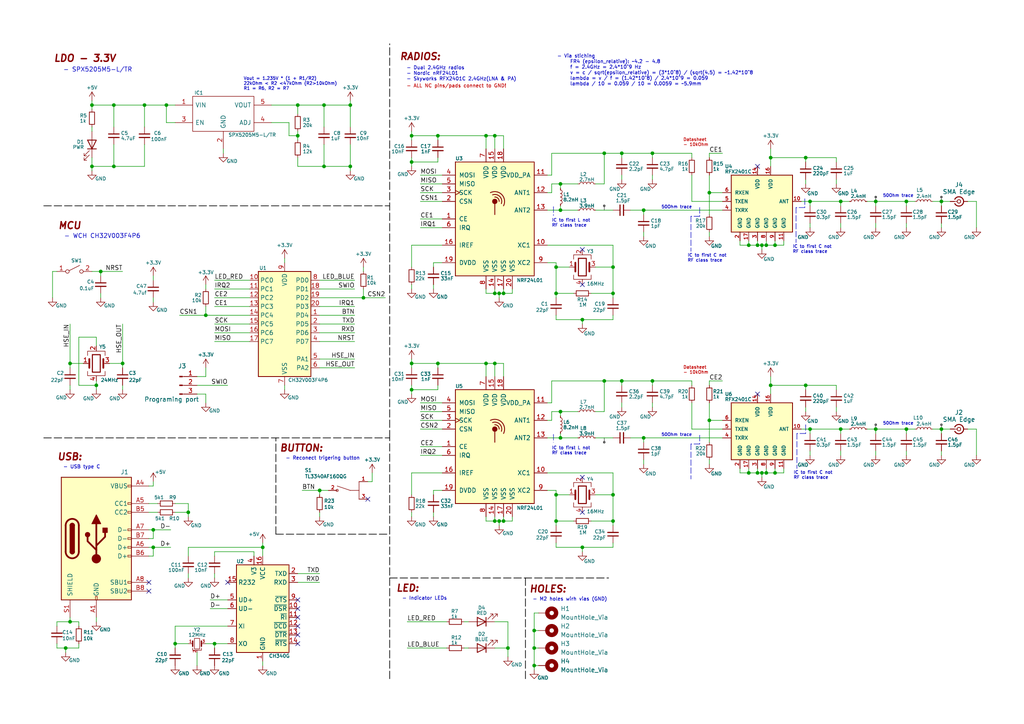
<source format=kicad_sch>
(kicad_sch (version 20250114) (generator "eeschema") (generator_version "9.0")
  (paper "A4")
  (text "IC to first C not\nRF class trace" (at 230.124 137.922 0) (effects (font (size 0.9 0.9)) (justify left)))
  (text "Vout = 1.235V * (1 + R1/R2)\n22kOhm < R2 <47kOhm (R2>10kOhm)\nR1 = R6, R2 = R7" (at 70.612 24.384 0) (effects (font (size 0.9 0.9)) (justify left)))
  (text "IC to first C not\nRF class trace" (at 199.39 74.93 0) (effects (font (size 0.9 0.9)) (justify left)))
  (text "BUTTON:" (at 81.026 131.318 0) (effects (font (size 2 2) (thickness 0.4) (bold yes) (italic yes)) (justify left bottom)))
  (text "50Ohm trace" (at 191.77 60.198 0) (effects (font (size 0.9 0.9)) (justify left)))
  (text "RADIOS:" (at 115.824 17.78 0) (effects (font (size 2 2) (thickness 0.4) (bold yes) (italic yes)) (justify left bottom)))
  (text "- Reconect trigering button" (at 82.804 133.604 0) (effects (font (size 1 1)) (justify left bottom)))
  (text "- Via stiching\n	FR4 (epsilon_relative): ~4.2 - 4.8\n	f = 2.4GHz = 2.4*10^9 Hz\n	v = c / sqrt(epsilon_relative) = (3*10^8) / (sqrt(4.5) = ~1.42*10^8\n	lambda = v / f = (1.42*10^8) / 2.4*10^9 = 0.059\n	lambda / 10 = 0.059 / 10 = 0.0059 = ~5.9mm\n	" (at 161.544 26.67 0) (effects (font (size 1 1)) (justify left bottom)))
  (text "IC to first L not\nRF class trace" (at 160.02 130.81 0) (effects (font (size 0.9 0.9)) (justify left)))
  (text "- ALL NC pins/pads connect to GND!" (at 117.856 25.654 0) (effects (font (size 1 1)) (justify left bottom)))
  (text "- Dual 2.4GHz radios\n- Nordic nRF24L01\n- Skyworks RFX2401C 2.4GHz(LNA & PA)" (at 117.856 23.622 0) (effects (font (size 1 1)) (justify left bottom)))
  (text "Datasheet\n- 10kOhm" (at 198.12 107.442 0) (effects (font (size 0.9 0.9)) (justify left)))
  (text "LDO - 3.3V" (at 15.494 18.288 0) (effects (font (size 2 2) (thickness 0.4) (bold yes) (italic yes)) (justify left bottom)))
  (text "- M2 holes wirh vias (GND)" (at 154.432 174.498 0) (effects (font (size 1 1)) (justify left bottom)))
  (text "USB:" (at 16.51 133.858 0) (effects (font (size 2 2) (thickness 0.4) (bold yes) (italic yes)) (justify left bottom)))
  (text "IC to first L not\nRF class trace" (at 160.02 64.77 0) (effects (font (size 0.9 0.9)) (justify left)))
  (text "Datasheet\n- 10kOhm" (at 198.12 41.402 0) (effects (font (size 0.9 0.9)) (justify left)))
  (text "50Ohm trace" (at 256.032 122.936 0) (effects (font (size 0.9 0.9)) (justify left)))
  (text "- USB type C" (at 18.288 136.144 0) (effects (font (size 1 1)) (justify left bottom)))
  (text "HOLES:" (at 153.416 172.212 0) (effects (font (size 2 2) (thickness 0.4) (bold yes) (italic yes)) (justify left bottom)))
  (text "- Indicator LEDs" (at 116.586 174.244 0) (effects (font (size 1 1)) (justify left bottom)))
  (text "50Ohm trace" (at 191.77 126.238 0) (effects (font (size 0.9 0.9)) (justify left)))
  (text "- WCH CH32V003F4P6" (at 18.542 69.342 0) (effects (font (size 1.27 1.27)) (justify left bottom)))
  (text "MCU" (at 16.764 66.802 0) (effects (font (size 2 2) (thickness 0.4) (bold yes) (italic yes)) (justify left bottom)))
  (text "50Ohm trace" (at 256.032 56.896 0) (effects (font (size 0.9 0.9)) (justify left)))
  (text "LED:" (at 114.808 171.958 0) (effects (font (size 2 2) (thickness 0.4) (bold yes) (italic yes)) (justify left bottom)))
  (text "IC to first C not\nRF class trace" (at 229.87 72.39 0) (effects (font (size 0.9 0.9)) (justify left)))
  (text "- SPX5205M5-L/TR" (at 18.288 21.082 0) (effects (font (size 1.27 1.27)) (justify left bottom)))
  (junction (at 180.34 44.45))
  (junction (at 86.36 39.37))
  (junction (at 162.56 119.38))
  (junction (at 262.89 124.46))
  (junction (at 143.51 151.13))
  (junction (at 26.67 30.48))
  (junction (at 224.79 137.16))
  (junction (at 143.51 105.41))
  (junction (at 162.56 127))
  (junction (at 161.29 85.09))
  (junction (at 54.61 148.59))
  (junction (at 243.84 58.42))
  (junction (at 59.69 91.44))
  (junction (at 177.8 85.09))
  (junction (at 144.78 151.13))
  (junction (at 243.84 124.46))
  (junction (at 86.36 30.48))
  (junction (at 48.26 30.48))
  (junction (at 273.05 124.46))
  (junction (at 168.91 92.71))
  (junction (at 233.68 45.72))
  (junction (at 127 105.41))
  (junction (at 127 39.37))
  (junction (at 20.32 180.34))
  (junction (at 217.17 71.12))
  (junction (at 161.29 77.47))
  (junction (at 76.2 158.75))
  (junction (at 143.51 39.37))
  (junction (at 93.98 30.48))
  (junction (at 33.02 30.48))
  (junction (at 219.71 71.12))
  (junction (at 175.26 44.45))
  (junction (at 220.98 137.16))
  (junction (at 254 58.42))
  (junction (at 186.69 127))
  (junction (at 92.71 142.24))
  (junction (at 224.79 71.12))
  (junction (at 119.38 113.03))
  (junction (at 101.6 30.48))
  (junction (at 29.21 78.74))
  (junction (at 233.68 111.76))
  (junction (at 189.23 44.45))
  (junction (at 147.32 187.96))
  (junction (at 177.8 143.51))
  (junction (at 105.41 86.36))
  (junction (at 205.74 121.92))
  (junction (at 20.32 105.41))
  (junction (at 217.17 137.16))
  (junction (at 273.05 58.42))
  (junction (at 154.94 187.96))
  (junction (at 119.38 105.41))
  (junction (at 140.97 39.37))
  (junction (at 62.23 186.69))
  (junction (at 262.89 58.42))
  (junction (at 162.56 53.34))
  (junction (at 146.05 85.09))
  (junction (at 177.8 77.47))
  (junction (at 177.8 151.13))
  (junction (at 180.34 110.49))
  (junction (at 222.25 71.12))
  (junction (at 254 124.46))
  (junction (at 33.02 48.26))
  (junction (at 144.78 85.09))
  (junction (at 175.26 110.49))
  (junction (at 222.25 137.16))
  (junction (at 189.23 110.49))
  (junction (at 35.56 105.41))
  (junction (at 119.38 46.99))
  (junction (at 44.45 158.75))
  (junction (at 205.74 55.88))
  (junction (at 162.56 60.96))
  (junction (at 154.94 193.04))
  (junction (at 19.05 187.96))
  (junction (at 234.95 58.42))
  (junction (at 140.97 105.41))
  (junction (at 154.94 182.88))
  (junction (at 27.94 111.76))
  (junction (at 223.52 111.76))
  (junction (at 44.45 153.67))
  (junction (at 161.29 143.51))
  (junction (at 119.38 39.37))
  (junction (at 219.71 137.16))
  (junction (at 93.98 48.26))
  (junction (at 186.69 60.96))
  (junction (at 26.67 48.26))
  (junction (at 146.05 151.13))
  (junction (at 168.91 158.75))
  (junction (at 143.51 85.09))
  (junction (at 234.95 124.46))
  (junction (at 50.8 186.69))
  (junction (at 101.6 48.26))
  (junction (at 161.29 151.13))
  (junction (at 223.52 45.72))
  (junction (at 41.91 30.48))
  (junction (at 220.98 71.12))
  (no_connect (at 43.18 171.45))
  (no_connect (at 219.71 114.3))
  (no_connect (at 219.71 48.26))
  (no_connect (at 86.36 179.07))
  (no_connect (at 168.91 82.55))
  (no_connect (at 168.91 148.59))
  (no_connect (at 86.36 173.99))
  (no_connect (at 168.91 138.43))
  (no_connect (at 86.36 186.69))
  (no_connect (at 86.36 184.15))
  (no_connect (at 66.04 168.91))
  (no_connect (at 106.68 144.78))
  (no_connect (at 86.36 176.53))
  (no_connect (at 86.36 181.61))
  (no_connect (at 43.18 168.91))
  (no_connect (at 168.91 72.39))
  (wire (pts (xy 270.51 58.42) (xy 273.05 58.42)))
  (wire (pts (xy 31.75 105.41) (xy 35.56 105.41)))
  (wire (pts (xy 121.92 66.04) (xy 128.27 66.04)))
  (wire (pts (xy 172.72 60.96) (xy 177.8 60.96)))
  (wire (pts (xy 119.38 38.1) (xy 119.38 39.37)))
  (polyline (pts (xy 231.14 125.73) (xy 231.14 135.89)) (stroke (width 0) (type dash)))
  (wire (pts (xy 26.67 45.72) (xy 26.67 48.26)))
  (wire (pts (xy 262.89 124.46) (xy 265.43 124.46)))
  (wire (pts (xy 180.34 50.8) (xy 180.34 52.07)))
  (wire (pts (xy 118.11 180.34) (xy 129.54 180.34)))
  (wire (pts (xy 180.34 44.45) (xy 189.23 44.45)))
  (wire (pts (xy 35.56 105.41) (xy 35.56 106.68)))
  (wire (pts (xy 224.79 69.85) (xy 224.79 71.12)))
  (wire (pts (xy 50.8 181.61) (xy 50.8 186.69)))
  (polyline (pts (xy 113.03 196.85) (xy 113.03 127)) (stroke (width 0.2) (type dash) (color 0 0 0 1)))
  (wire (pts (xy 262.89 58.42) (xy 262.89 59.69)))
  (wire (pts (xy 242.57 46.99) (xy 242.57 45.72)))
  (wire (pts (xy 205.74 55.88) (xy 205.74 50.8)))
  (wire (pts (xy 161.29 157.48) (xy 161.29 158.75)))
  (wire (pts (xy 223.52 45.72) (xy 233.68 45.72)))
  (wire (pts (xy 121.92 116.84) (xy 128.27 116.84)))
  (wire (pts (xy 20.32 179.07) (xy 20.32 180.34)))
  (wire (pts (xy 251.46 58.42) (xy 254 58.42)))
  (wire (pts (xy 119.38 71.12) (xy 119.38 77.47)))
  (wire (pts (xy 161.29 92.71) (xy 168.91 92.71)))
  (wire (pts (xy 177.8 92.71) (xy 177.8 91.44)))
  (wire (pts (xy 223.52 111.76) (xy 233.68 111.76)))
  (wire (pts (xy 44.45 140.97) (xy 43.18 140.97)))
  (wire (pts (xy 59.69 91.44) (xy 72.39 91.44)))
  (wire (pts (xy 209.55 110.49) (xy 205.74 110.49)))
  (wire (pts (xy 86.36 45.72) (xy 86.36 48.26)))
  (wire (pts (xy 143.51 83.82) (xy 143.51 85.09)))
  (wire (pts (xy 127 39.37) (xy 127 40.64)))
  (wire (pts (xy 26.67 31.75) (xy 26.67 30.48)))
  (wire (pts (xy 125.73 82.55) (xy 125.73 83.82)))
  (wire (pts (xy 134.62 180.34) (xy 135.89 180.34)))
  (wire (pts (xy 160.02 116.84) (xy 160.02 110.49)))
  (wire (pts (xy 223.52 48.26) (xy 223.52 45.72)))
  (wire (pts (xy 283.21 66.04) (xy 283.21 58.42)))
  (wire (pts (xy 158.75 127) (xy 162.56 127)))
  (wire (pts (xy 92.71 88.9) (xy 102.87 88.9)))
  (wire (pts (xy 93.98 30.48) (xy 93.98 36.83)))
  (wire (pts (xy 59.69 186.69) (xy 62.23 186.69)))
  (wire (pts (xy 76.2 191.77) (xy 76.2 193.04)))
  (wire (pts (xy 92.71 104.14) (xy 102.87 104.14)))
  (wire (pts (xy 121.92 121.92) (xy 128.27 121.92)))
  (wire (pts (xy 83.82 35.56) (xy 83.82 39.37)))
  (wire (pts (xy 146.05 43.18) (xy 146.05 39.37)))
  (wire (pts (xy 158.75 55.88) (xy 160.02 55.88)))
  (wire (pts (xy 161.29 77.47) (xy 161.29 85.09)))
  (wire (pts (xy 177.8 158.75) (xy 177.8 157.48)))
  (wire (pts (xy 86.36 33.02) (xy 86.36 30.48)))
  (wire (pts (xy 200.66 110.49) (xy 189.23 110.49)))
  (wire (pts (xy 106.68 139.7) (xy 107.95 139.7)))
  (wire (pts (xy 148.59 149.86) (xy 148.59 151.13)))
  (wire (pts (xy 57.15 109.22) (xy 59.69 109.22)))
  (wire (pts (xy 158.75 121.92) (xy 160.02 121.92)))
  (wire (pts (xy 20.32 93.98) (xy 20.32 105.41)))
  (wire (pts (xy 168.91 92.71) (xy 177.8 92.71)))
  (wire (pts (xy 219.71 71.12) (xy 220.98 71.12)))
  (wire (pts (xy 49.53 153.67) (xy 44.45 153.67)))
  (wire (pts (xy 154.94 182.88) (xy 154.94 187.96)))
  (wire (pts (xy 161.29 142.24) (xy 161.29 143.51)))
  (wire (pts (xy 52.07 91.44) (xy 59.69 91.44)))
  (wire (pts (xy 147.32 187.96) (xy 147.32 190.5)))
  (wire (pts (xy 92.71 106.68) (xy 102.87 106.68)))
  (wire (pts (xy 254 58.42) (xy 262.89 58.42)))
  (wire (pts (xy 86.36 30.48) (xy 78.74 30.48)))
  (polyline (pts (xy 80.01 154.94) (xy 80.01 127)) (stroke (width 0.2) (type dash) (color 0 0 0 1)))
  (wire (pts (xy 86.36 166.37) (xy 92.71 166.37)))
  (wire (pts (xy 92.71 86.36) (xy 105.41 86.36)))
  (wire (pts (xy 242.57 118.11) (xy 242.57 119.38)))
  (wire (pts (xy 262.89 130.81) (xy 262.89 132.08)))
  (wire (pts (xy 162.56 53.34) (xy 162.56 54.61)))
  (wire (pts (xy 182.88 60.96) (xy 186.69 60.96)))
  (wire (pts (xy 26.67 36.83) (xy 26.67 38.1)))
  (polyline (pts (xy 202.946 62.738) (xy 200.406 62.738)) (stroke (width 0) (type dash)))
  (wire (pts (xy 162.56 60.96) (xy 167.64 60.96)))
  (wire (pts (xy 125.73 148.59) (xy 125.73 149.86)))
  (wire (pts (xy 161.29 143.51) (xy 165.1 143.51)))
  (wire (pts (xy 92.71 81.28) (xy 102.87 81.28)))
  (wire (pts (xy 86.36 168.91) (xy 92.71 168.91)))
  (wire (pts (xy 33.02 48.26) (xy 41.91 48.26)))
  (wire (pts (xy 189.23 45.72) (xy 189.23 44.45)))
  (wire (pts (xy 27.94 111.76) (xy 27.94 113.03)))
  (wire (pts (xy 26.67 30.48) (xy 33.02 30.48)))
  (wire (pts (xy 119.38 45.72) (xy 119.38 46.99)))
  (wire (pts (xy 186.69 127) (xy 209.55 127)))
  (wire (pts (xy 154.94 193.04) (xy 156.21 193.04)))
  (wire (pts (xy 233.68 52.07) (xy 233.68 53.34)))
  (wire (pts (xy 121.92 63.5) (xy 128.27 63.5)))
  (wire (pts (xy 82.55 76.2) (xy 82.55 74.93)))
  (wire (pts (xy 16.51 180.34) (xy 20.32 180.34)))
  (wire (pts (xy 27.94 100.33) (xy 27.94 97.79)))
  (wire (pts (xy 22.86 97.79) (xy 22.86 111.76)))
  (wire (pts (xy 44.45 153.67) (xy 44.45 156.21)))
  (wire (pts (xy 158.75 116.84) (xy 160.02 116.84)))
  (wire (pts (xy 86.36 39.37) (xy 86.36 40.64)))
  (wire (pts (xy 143.51 43.18) (xy 143.51 39.37)))
  (wire (pts (xy 125.73 76.2) (xy 128.27 76.2)))
  (wire (pts (xy 127 105.41) (xy 127 106.68)))
  (wire (pts (xy 62.23 186.69) (xy 66.04 186.69)))
  (wire (pts (xy 243.84 58.42) (xy 243.84 59.69)))
  (wire (pts (xy 222.25 135.89) (xy 222.25 137.16)))
  (wire (pts (xy 143.51 105.41) (xy 140.97 105.41)))
  (wire (pts (xy 200.66 111.76) (xy 200.66 110.49)))
  (wire (pts (xy 214.63 135.89) (xy 214.63 137.16)))
  (wire (pts (xy 146.05 85.09) (xy 148.59 85.09)))
  (wire (pts (xy 205.74 55.88) (xy 205.74 62.23)))
  (polyline (pts (xy 12.7 127) (xy 113.03 127)) (stroke (width 0.2) (type dash) (color 0 0 0 1)))
  (wire (pts (xy 22.86 187.96) (xy 19.05 187.96)))
  (wire (pts (xy 144.78 85.09) (xy 144.78 86.36)))
  (wire (pts (xy 49.53 158.75) (xy 44.45 158.75)))
  (wire (pts (xy 283.21 132.08) (xy 283.21 124.46)))
  (polyline (pts (xy 200.406 128.778) (xy 200.406 138.938)) (stroke (width 0) (type dash)))
  (wire (pts (xy 189.23 111.76) (xy 189.23 110.49)))
  (wire (pts (xy 44.45 139.7) (xy 44.45 140.97)))
  (wire (pts (xy 140.97 149.86) (xy 140.97 151.13)))
  (polyline (pts (xy 160.528 125.984) (xy 160.528 128.27)) (stroke (width 0) (type dash)))
  (wire (pts (xy 119.38 104.14) (xy 119.38 105.41)))
  (wire (pts (xy 217.17 69.85) (xy 217.17 71.12)))
  (wire (pts (xy 161.29 77.47) (xy 165.1 77.47)))
  (wire (pts (xy 242.57 52.07) (xy 242.57 53.34)))
  (wire (pts (xy 125.73 142.24) (xy 128.27 142.24)))
  (wire (pts (xy 125.73 142.24) (xy 125.73 143.51)))
  (wire (pts (xy 140.97 83.82) (xy 140.97 85.09)))
  (wire (pts (xy 60.96 173.99) (xy 66.04 173.99)))
  (wire (pts (xy 175.26 119.38) (xy 175.26 110.49)))
  (wire (pts (xy 168.91 158.75) (xy 177.8 158.75)))
  (wire (pts (xy 186.69 60.96) (xy 186.69 62.23)))
  (wire (pts (xy 59.69 82.55) (xy 59.69 83.82)))
  (wire (pts (xy 234.95 64.77) (xy 234.95 66.04)))
  (wire (pts (xy 175.26 53.34) (xy 175.26 44.45)))
  (wire (pts (xy 219.71 135.89) (xy 219.71 137.16)))
  (wire (pts (xy 161.29 143.51) (xy 161.29 151.13)))
  (wire (pts (xy 26.67 29.21) (xy 26.67 30.48)))
  (wire (pts (xy 29.21 85.09) (xy 29.21 86.36)))
  (wire (pts (xy 54.61 148.59) (xy 50.8 148.59)))
  (wire (pts (xy 273.05 58.42) (xy 275.59 58.42)))
  (wire (pts (xy 101.6 48.26) (xy 101.6 49.53)))
  (wire (pts (xy 262.89 124.46) (xy 262.89 125.73)))
  (wire (pts (xy 48.26 30.48) (xy 50.8 30.48)))
  (wire (pts (xy 140.97 109.22) (xy 140.97 105.41)))
  (wire (pts (xy 154.94 182.88) (xy 156.21 182.88)))
  (wire (pts (xy 146.05 105.41) (xy 143.51 105.41)))
  (wire (pts (xy 121.92 129.54) (xy 128.27 129.54)))
  (wire (pts (xy 233.68 111.76) (xy 242.57 111.76)))
  (wire (pts (xy 200.66 45.72) (xy 200.66 44.45)))
  (wire (pts (xy 127 39.37) (xy 119.38 39.37)))
  (wire (pts (xy 119.38 48.26) (xy 119.38 46.99)))
  (polyline (pts (xy 233.68 123.19) (xy 233.68 125.73)) (stroke (width 0) (type dash)))
  (wire (pts (xy 54.61 149.86) (xy 54.61 148.59)))
  (polyline (pts (xy 202.946 128.778) (xy 200.406 128.778)) (stroke (width 0) (type dash)))
  (wire (pts (xy 177.8 137.16) (xy 177.8 143.51)))
  (wire (pts (xy 214.63 137.16) (xy 217.17 137.16)))
  (wire (pts (xy 217.17 135.89) (xy 217.17 137.16)))
  (polyline (pts (xy 160.528 59.944) (xy 160.528 62.484)) (stroke (width 0) (type dash)))
  (wire (pts (xy 232.41 58.42) (xy 234.95 58.42)))
  (wire (pts (xy 16.51 187.96) (xy 16.51 186.69)))
  (wire (pts (xy 26.67 78.74) (xy 29.21 78.74)))
  (wire (pts (xy 161.29 151.13) (xy 161.29 152.4)))
  (wire (pts (xy 177.8 77.47) (xy 172.72 77.47)))
  (wire (pts (xy 87.63 142.24) (xy 92.71 142.24)))
  (wire (pts (xy 148.59 83.82) (xy 148.59 85.09)))
  (wire (pts (xy 223.52 43.18) (xy 223.52 45.72)))
  (wire (pts (xy 177.8 71.12) (xy 177.8 77.47)))
  (wire (pts (xy 161.29 158.75) (xy 168.91 158.75)))
  (wire (pts (xy 92.71 142.24) (xy 92.71 143.51)))
  (wire (pts (xy 273.05 130.81) (xy 273.05 132.08)))
  (wire (pts (xy 146.05 109.22) (xy 146.05 105.41)))
  (wire (pts (xy 158.75 71.12) (xy 177.8 71.12)))
  (wire (pts (xy 118.11 187.96) (xy 129.54 187.96)))
  (wire (pts (xy 121.92 55.88) (xy 128.27 55.88)))
  (wire (pts (xy 33.02 30.48) (xy 41.91 30.48)))
  (wire (pts (xy 125.73 76.2) (xy 125.73 77.47)))
  (wire (pts (xy 205.74 67.31) (xy 205.74 68.58)))
  (wire (pts (xy 143.51 149.86) (xy 143.51 151.13)))
  (wire (pts (xy 205.74 121.92) (xy 205.74 128.27)))
  (wire (pts (xy 143.51 187.96) (xy 147.32 187.96)))
  (wire (pts (xy 220.98 71.12) (xy 220.98 72.39)))
  (wire (pts (xy 26.67 48.26) (xy 26.67 49.53)))
  (wire (pts (xy 143.51 109.22) (xy 143.51 105.41)))
  (wire (pts (xy 44.45 153.67) (xy 43.18 153.67)))
  (polyline (pts (xy 202.946 60.198) (xy 202.946 62.738)) (stroke (width 0) (type dash)))
  (wire (pts (xy 86.36 30.48) (xy 93.98 30.48)))
  (wire (pts (xy 44.45 156.21) (xy 43.18 156.21)))
  (wire (pts (xy 19.05 187.96) (xy 19.05 189.23)))
  (wire (pts (xy 101.6 30.48) (xy 101.6 36.83)))
  (wire (pts (xy 20.32 105.41) (xy 20.32 106.68)))
  (wire (pts (xy 62.23 96.52) (xy 72.39 96.52)))
  (wire (pts (xy 162.56 53.34) (xy 167.64 53.34)))
  (wire (pts (xy 62.23 160.02) (xy 73.66 160.02)))
  (wire (pts (xy 144.78 151.13) (xy 144.78 152.4)))
  (polyline (pts (xy 12.7 59.69) (xy 113.03 59.69)) (stroke (width 0.2) (type dash) (color 0 0 0 1)))
  (wire (pts (xy 209.55 58.42) (xy 200.66 58.42)))
  (wire (pts (xy 134.62 187.96) (xy 135.89 187.96)))
  (wire (pts (xy 161.29 91.44) (xy 161.29 92.71)))
  (wire (pts (xy 29.21 78.74) (xy 29.21 80.01)))
  (wire (pts (xy 160.02 53.34) (xy 162.56 53.34)))
  (wire (pts (xy 44.45 86.36) (xy 44.45 87.63)))
  (wire (pts (xy 119.38 82.55) (xy 119.38 83.82)))
  (wire (pts (xy 219.71 137.16) (xy 220.98 137.16)))
  (wire (pts (xy 143.51 180.34) (xy 147.32 180.34)))
  (wire (pts (xy 158.75 60.96) (xy 162.56 60.96)))
  (wire (pts (xy 146.05 83.82) (xy 146.05 85.09)))
  (wire (pts (xy 224.79 137.16) (xy 227.33 137.16)))
  (wire (pts (xy 168.91 92.71) (xy 168.91 93.98)))
  (wire (pts (xy 160.02 121.92) (xy 160.02 119.38)))
  (wire (pts (xy 220.98 71.12) (xy 222.25 71.12)))
  (wire (pts (xy 146.05 149.86) (xy 146.05 151.13)))
  (wire (pts (xy 92.71 93.98) (xy 102.87 93.98)))
  (wire (pts (xy 227.33 69.85) (xy 227.33 71.12)))
  (wire (pts (xy 62.23 186.69) (xy 62.23 187.96)))
  (wire (pts (xy 127 111.76) (xy 127 113.03)))
  (wire (pts (xy 127 45.72) (xy 127 46.99)))
  (wire (pts (xy 160.02 119.38) (xy 162.56 119.38)))
  (wire (pts (xy 76.2 158.75) (xy 76.2 161.29)))
  (wire (pts (xy 180.34 45.72) (xy 180.34 44.45)))
  (wire (pts (xy 205.74 133.35) (xy 205.74 134.62)))
  (wire (pts (xy 19.05 187.96) (xy 16.51 187.96)))
  (wire (pts (xy 92.71 91.44) (xy 102.87 91.44)))
  (wire (pts (xy 205.74 44.45) (xy 205.74 45.72)))
  (wire (pts (xy 234.95 124.46) (xy 234.95 125.73)))
  (polyline (pts (xy 233.68 125.73) (xy 231.14 125.73)) (stroke (width 0) (type dash)))
  (wire (pts (xy 41.91 41.91) (xy 41.91 48.26)))
  (wire (pts (xy 62.23 88.9) (xy 72.39 88.9)))
  (polyline (pts (xy 113.03 127) (xy 113.03 12.7)) (stroke (width 0.2) (type dash) (color 0 0 0 1)))
  (wire (pts (xy 177.8 143.51) (xy 172.72 143.51)))
  (wire (pts (xy 140.97 39.37) (xy 127 39.37)))
  (wire (pts (xy 262.89 58.42) (xy 265.43 58.42)))
  (wire (pts (xy 171.45 85.09) (xy 177.8 85.09)))
  (wire (pts (xy 143.51 151.13) (xy 144.78 151.13)))
  (wire (pts (xy 62.23 93.98) (xy 72.39 93.98)))
  (wire (pts (xy 243.84 58.42) (xy 246.38 58.42)))
  (wire (pts (xy 119.38 105.41) (xy 119.38 106.68)))
  (wire (pts (xy 82.55 111.76) (xy 82.55 113.03)))
  (wire (pts (xy 205.74 121.92) (xy 205.74 116.84)))
  (wire (pts (xy 20.32 111.76) (xy 20.32 113.03)))
  (wire (pts (xy 105.41 83.82) (xy 105.41 86.36)))
  (wire (pts (xy 57.15 114.3) (xy 59.69 114.3)))
  (wire (pts (xy 119.38 113.03) (xy 127 113.03)))
  (wire (pts (xy 62.23 83.82) (xy 72.39 83.82)))
  (wire (pts (xy 119.38 111.76) (xy 119.38 113.03)))
  (wire (pts (xy 50.8 146.05) (xy 54.61 146.05)))
  (wire (pts (xy 254 58.42) (xy 254 59.69)))
  (wire (pts (xy 146.05 151.13) (xy 148.59 151.13)))
  (wire (pts (xy 93.98 41.91) (xy 93.98 48.26)))
  (wire (pts (xy 59.69 109.22) (xy 59.69 106.68)))
  (wire (pts (xy 54.61 158.75) (xy 76.2 158.75)))
  (wire (pts (xy 214.63 69.85) (xy 214.63 71.12)))
  (wire (pts (xy 29.21 78.74) (xy 35.56 78.74)))
  (wire (pts (xy 217.17 71.12) (xy 219.71 71.12)))
  (wire (pts (xy 50.8 186.69) (xy 54.61 186.69)))
  (wire (pts (xy 180.34 116.84) (xy 180.34 118.11)))
  (wire (pts (xy 101.6 41.91) (xy 101.6 48.26)))
  (wire (pts (xy 224.79 135.89) (xy 224.79 137.16)))
  (wire (pts (xy 186.69 60.96) (xy 209.55 60.96)))
  (wire (pts (xy 20.32 105.41) (xy 24.13 105.41)))
  (wire (pts (xy 119.38 39.37) (xy 119.38 40.64)))
  (wire (pts (xy 189.23 50.8) (xy 189.23 52.07)))
  (wire (pts (xy 144.78 151.13) (xy 146.05 151.13)))
  (wire (pts (xy 119.38 114.3) (xy 119.38 113.03)))
  (wire (pts (xy 22.86 97.79) (xy 27.94 97.79)))
  (wire (pts (xy 242.57 113.03) (xy 242.57 111.76)))
  (wire (pts (xy 162.56 119.38) (xy 162.56 120.65)))
  (wire (pts (xy 93.98 30.48) (xy 101.6 30.48)))
  (wire (pts (xy 62.23 86.36) (xy 72.39 86.36)))
  (wire (pts (xy 154.94 187.96) (xy 156.21 187.96)))
  (wire (pts (xy 143.51 85.09) (xy 144.78 85.09)))
  (wire (pts (xy 26.67 48.26) (xy 33.02 48.26)))
  (wire (pts (xy 273.05 58.42) (xy 273.05 59.69)))
  (wire (pts (xy 27.94 110.49) (xy 27.94 111.76)))
  (wire (pts (xy 50.8 181.61) (xy 66.04 181.61)))
  (wire (pts (xy 200.66 44.45) (xy 189.23 44.45)))
  (wire (pts (xy 233.68 113.03) (xy 233.68 111.76)))
  (wire (pts (xy 209.55 44.45) (xy 205.74 44.45)))
  (wire (pts (xy 62.23 99.06) (xy 72.39 99.06)))
  (wire (pts (xy 172.72 53.34) (xy 175.26 53.34)))
  (wire (pts (xy 177.8 85.09) (xy 177.8 86.36)))
  (wire (pts (xy 86.36 48.26) (xy 93.98 48.26)))
  (wire (pts (xy 283.21 124.46) (xy 280.67 124.46)))
  (wire (pts (xy 200.66 58.42) (xy 200.66 50.8)))
  (wire (pts (xy 105.41 86.36) (xy 111.76 86.36)))
  (wire (pts (xy 128.27 71.12) (xy 119.38 71.12)))
  (wire (pts (xy 33.02 36.83) (xy 33.02 30.48)))
  (wire (pts (xy 35.56 111.76) (xy 35.56 113.03)))
  (wire (pts (xy 180.34 111.76) (xy 180.34 110.49)))
  (wire (pts (xy 147.32 180.34) (xy 147.32 187.96)))
  (wire (pts (xy 273.05 124.46) (xy 273.05 125.73)))
  (wire (pts (xy 209.55 121.92) (xy 205.74 121.92)))
  (wire (pts (xy 92.71 148.59) (xy 92.71 149.86)))
  (wire (pts (xy 273.05 64.77) (xy 273.05 66.04)))
  (wire (pts (xy 15.24 78.74) (xy 15.24 86.36)))
  (wire (pts (xy 180.34 110.49) (xy 189.23 110.49)))
  (wire (pts (xy 205.74 110.49) (xy 205.74 111.76)))
  (wire (pts (xy 222.25 137.16) (xy 224.79 137.16)))
  (wire (pts (xy 160.02 55.88) (xy 160.02 53.34)))
  (wire (pts (xy 177.8 151.13) (xy 177.8 152.4)))
  (wire (pts (xy 223.52 114.3) (xy 223.52 111.76)))
  (wire (pts (xy 233.68 118.11) (xy 233.68 119.38)))
  (wire (pts (xy 146.05 39.37) (xy 143.51 39.37)))
  (wire (pts (xy 43.18 158.75) (xy 44.45 158.75)))
  (wire (pts (xy 273.05 124.46) (xy 275.59 124.46)))
  (wire (pts (xy 182.88 127) (xy 186.69 127)))
  (wire (pts (xy 162.56 127) (xy 162.56 125.73)))
  (wire (pts (xy 209.55 55.88) (xy 205.74 55.88)))
  (wire (pts (xy 254 124.46) (xy 262.89 124.46)))
  (wire (pts (xy 270.51 124.46) (xy 273.05 124.46)))
  (wire (pts (xy 209.55 124.46) (xy 200.66 124.46)))
  (wire (pts (xy 119.38 46.99) (xy 127 46.99)))
  (wire (pts (xy 154.94 193.04) (xy 154.94 194.31)))
  (wire (pts (xy 59.69 88.9) (xy 59.69 91.44)))
  (wire (pts (xy 243.84 124.46) (xy 246.38 124.46)))
  (wire (pts (xy 16.51 180.34) (xy 16.51 181.61)))
  (wire (pts (xy 140.97 151.13) (xy 143.51 151.13)))
  (wire (pts (xy 50.8 35.56) (xy 48.26 35.56)))
  (wire (pts (xy 93.98 48.26) (xy 101.6 48.26)))
  (wire (pts (xy 22.86 180.34) (xy 22.86 181.61)))
  (wire (pts (xy 224.79 71.12) (xy 227.33 71.12)))
  (polyline (pts (xy 113.03 167.64) (xy 176.53 167.64)) (stroke (width 0.2) (type dash) (color 0 0 0 1)))
  (wire (pts (xy 41.91 36.83) (xy 41.91 30.48)))
  (polyline (pts (xy 152.4 196.85) (xy 152.4 167.64)) (stroke (width 0.2) (type dash) (color 0 0 0 1)))
  (wire (pts (xy 140.97 105.41) (xy 127 105.41)))
  (wire (pts (xy 158.75 142.24) (xy 161.29 142.24)))
  (wire (pts (xy 44.45 158.75) (xy 44.45 161.29)))
  (wire (pts (xy 154.94 187.96) (xy 154.94 193.04)))
  (wire (pts (xy 189.23 116.84) (xy 189.23 118.11)))
  (wire (pts (xy 143.51 39.37) (xy 140.97 39.37)))
  (wire (pts (xy 243.84 124.46) (xy 243.84 125.73)))
  (wire (pts (xy 186.69 127) (xy 186.69 128.27)))
  (wire (pts (xy 154.94 177.8) (xy 156.21 177.8)))
  (wire (pts (xy 127 105.41) (xy 119.38 105.41)))
  (wire (pts (xy 243.84 130.81) (xy 243.84 132.08)))
  (wire (pts (xy 200.66 124.46) (xy 200.66 116.84)))
  (polyline (pts (xy 233.426 60.198) (xy 230.886 60.198)) (stroke (width 0) (type dash)))
  (wire (pts (xy 160.02 110.49) (xy 175.26 110.49)))
  (wire (pts (xy 45.72 146.05) (xy 43.18 146.05)))
  (wire (pts (xy 217.17 137.16) (xy 219.71 137.16)))
  (wire (pts (xy 121.92 53.34) (xy 128.27 53.34)))
  (wire (pts (xy 220.98 137.16) (xy 220.98 138.43)))
  (wire (pts (xy 140.97 85.09) (xy 143.51 85.09)))
  (wire (pts (xy 177.8 77.47) (xy 177.8 85.09)))
  (wire (pts (xy 283.21 58.42) (xy 280.67 58.42)))
  (wire (pts (xy 140.97 43.18) (xy 140.97 39.37)))
  (polyline (pts (xy 230.886 60.198) (xy 230.886 70.358)) (stroke (width 0) (type dash)))
  (wire (pts (xy 243.84 64.77) (xy 243.84 66.04)))
  (wire (pts (xy 171.45 151.13) (xy 177.8 151.13)))
  (wire (pts (xy 254 130.81) (xy 254 132.08)))
  (wire (pts (xy 222.25 71.12) (xy 224.79 71.12)))
  (wire (pts (xy 22.86 187.96) (xy 22.86 186.69)))
  (wire (pts (xy 121.92 58.42) (xy 128.27 58.42)))
  (wire (pts (xy 232.41 124.46) (xy 234.95 124.46)))
  (polyline (pts (xy 80.01 154.94) (xy 113.03 154.94)) (stroke (width 0.2) (type dash) (color 0 0 0 1)))
  (wire (pts (xy 162.56 127) (xy 167.64 127)))
  (wire (pts (xy 57.15 189.23) (xy 57.15 193.04)))
  (wire (pts (xy 158.75 76.2) (xy 161.29 76.2)))
  (wire (pts (xy 54.61 146.05) (xy 54.61 148.59)))
  (wire (pts (xy 119.38 137.16) (xy 119.38 143.51)))
  (polyline (pts (xy 200.406 62.738) (xy 200.406 72.898)) (stroke (width 0) (type dash)))
  (wire (pts (xy 62.23 166.37) (xy 62.23 167.64)))
  (wire (pts (xy 76.2 157.48) (xy 76.2 158.75)))
  (wire (pts (xy 73.66 160.02) (xy 73.66 161.29)))
  (wire (pts (xy 59.69 114.3) (xy 59.69 116.84)))
  (wire (pts (xy 62.23 161.29) (xy 62.23 160.02)))
  (wire (pts (xy 219.71 69.85) (xy 219.71 71.12)))
  (wire (pts (xy 121.92 119.38) (xy 128.27 119.38)))
  (wire (pts (xy 251.46 124.46) (xy 254 124.46)))
  (wire (pts (xy 223.52 109.22) (xy 223.52 111.76)))
  (wire (pts (xy 60.96 176.53) (xy 66.04 176.53)))
  (wire (pts (xy 234.95 130.81) (xy 234.95 132.08)))
  (wire (pts (xy 22.86 180.34) (xy 20.32 180.34)))
  (wire (pts (xy 78.74 35.56) (xy 83.82 35.56)))
  (polyline (pts (xy 233.426 57.658) (xy 233.426 60.198)) (stroke (width 0) (type dash)))
  (wire (pts (xy 254 64.77) (xy 254 66.04)))
  (wire (pts (xy 254 124.46) (xy 254 125.73)))
  (wire (pts (xy 162.56 60.96) (xy 162.56 59.69)))
  (wire (pts (xy 57.15 111.76) (xy 66.04 111.76)))
  (wire (pts (xy 262.89 64.77) (xy 262.89 66.04)))
  (wire (pts (xy 222.25 69.85) (xy 222.25 71.12)))
  (wire (pts (xy 227.33 135.89) (xy 227.33 137.16)))
  (wire (pts (xy 101.6 29.21) (xy 101.6 30.48)))
  (wire (pts (xy 186.69 67.31) (xy 186.69 68.58)))
  (wire (pts (xy 107.95 139.7) (xy 107.95 137.16)))
  (wire (pts (xy 48.26 35.56) (xy 48.26 30.48)))
  (wire (pts (xy 161.29 85.09) (xy 161.29 86.36)))
  (wire (pts (xy 44.45 80.01) (xy 44.45 81.28)))
  (wire (pts (xy 160.02 50.8) (xy 160.02 44.45)))
  (wire (pts (xy 175.26 44.45) (xy 180.34 44.45)))
  (wire (pts (xy 162.56 119.38) (xy 167.64 119.38)))
  (wire (pts (xy 175.26 110.49) (xy 180.34 110.49)))
  (wire (pts (xy 27.94 180.34) (xy 27.94 179.07)))
  (wire (pts (xy 121.92 50.8) (xy 128.27 50.8)))
  (polyline (pts (xy 202.946 126.238) (xy 202.946 128.778)) (stroke (width 0) (type dash)))
  (wire (pts (xy 161.29 151.13) (xy 166.37 151.13)))
  (wire (pts (xy 41.91 30.48) (xy 48.26 30.48)))
  (wire (pts (xy 144.78 85.09) (xy 146.05 85.09)))
  (wire (pts (xy 121.92 132.08) (xy 128.27 132.08)))
  (wire (pts (xy 158.75 137.16) (xy 177.8 137.16)))
  (wire (pts (xy 154.94 177.8) (xy 154.94 182.88)))
  (wire (pts (xy 234.95 58.42) (xy 243.84 58.42)))
  (wire (pts (xy 105.41 77.47) (xy 105.41 78.74)))
  (wire (pts (xy 177.8 143.51) (xy 177.8 151.13)))
  (wire (pts (xy 172.72 119.38) (xy 175.26 119.38)))
  (wire (pts (xy 161.29 85.09) (xy 166.37 85.09)))
  (wire (pts (xy 92.71 83.82) (xy 102.87 83.82)))
  (wire (pts (xy 220.98 137.16) (xy 222.25 137.16)))
  (wire (pts (xy 92.71 99.06) (xy 102.87 99.06)))
  (wire (pts (xy 234.95 124.46) (xy 243.84 124.46)))
  (wire (pts (xy 92.71 96.52) (xy 102.87 96.52)))
  (wire (pts (xy 168.91 158.75) (xy 168.91 160.02)))
  (wire (pts (xy 234.95 58.42) (xy 234.95 59.69)))
  (wire (pts (xy 160.02 44.45) (xy 175.26 44.45)))
  (wire (pts (xy 45.72 148.59) (xy 43.18 148.59)))
  (wire (pts (xy 22.86 111.76) (xy 27.94 111.76)))
  (wire (pts (xy 186.69 133.35) (xy 186.69 134.62)))
  (wire (pts (xy 54.61 158.75) (xy 54.61 161.29)))
  (wire (pts (xy 233.68 46.99) (xy 233.68 45.72)))
  (wire (pts (xy 15.24 78.74) (xy 16.51 78.74)))
  (wire (pts (xy 62.23 81.28) (xy 72.39 81.28)))
  (wire (pts (xy 44.45 161.29) (xy 43.18 161.29)))
  (wire (pts (xy 33.02 41.91) (xy 33.02 48.26)))
  (wire (pts (xy 92.71 142.24) (xy 95.25 142.24)))
  (wire (pts (xy 35.56 93.98) (xy 35.56 105.41)))
  (wire (pts (xy 214.63 71.12) (xy 217.17 71.12)))
  (wire (pts (xy 64.77 43.18) (xy 64.77 44.45)))
  (wire (pts (xy 128.27 137.16) (xy 119.38 137.16)))
  (wire (pts (xy 233.68 45.72) (xy 242.57 45.72)))
  (wire (pts (xy 50.8 186.69) (xy 50.8 187.96)))
  (wire (pts (xy 86.36 38.1) (xy 86.36 39.37)))
  (wire (pts (xy 119.38 148.59) (xy 119.38 149.86)))
  (wire (pts (xy 54.61 166.37) (xy 54.61 167.64)))
  (wire (pts (xy 121.92 124.46) (xy 128.27 124.46)))
  (wire (pts (xy 83.82 39.37) (xy 86.36 39.37)))
  (wire (pts (xy 158.75 50.8) (xy 160.02 50.8)))
  (wire (pts (xy 161.29 76.2) (xy 161.29 77.47)))
  (wire (pts (xy 172.72 127) (xy 177.8 127)))
  (label "CSN2" (at 111.76 86.36 180))
  (label "IRQ1" (at 102.87 88.9 180))
  (label "IRQ2" (at 62.23 83.82 0))
  (label "CE1" (at 62.23 88.9 0))
  (label "D+" (at 49.53 158.75 180))
  (label "MOSI" (at 121.92 116.84 0))
  (label "LED_RED" (at 118.11 180.34 0))
  (label "MOSI" (at 62.23 96.52 0))
  (label "D+" (at 60.96 173.99 0))
  (label "SWIO" (at 66.04 111.76 180))
  (label "SWIO" (at 102.87 83.82 180))
  (label "IRQ1" (at 121.92 66.04 0))
  (label "MOSI" (at 121.92 50.8 0))
  (label "IRQ2" (at 121.92 132.08 0))
  (label "BTN" (at 102.87 91.44 180))
  (label "TXD" (at 102.87 93.98 180))
  (label "SCK" (at 121.92 121.92 0))
  (label "NRST" (at 35.56 78.74 180))
  (label "LED_BLUE" (at 118.11 187.96 0))
  (label "CSN1" (at 52.07 91.44 0))
  (label "MISO" (at 62.23 99.06 0))
  (label "NRST" (at 102.87 99.06 180))
  (label "D-" (at 60.96 176.53 0))
  (label "SCK" (at 62.23 93.98 0))
  (label "HSE_IN" (at 102.87 104.14 180))
  (label "D-" (at 49.53 153.67 180))
  (label "CE1" (at 121.92 63.5 0))
  (label "CE1" (at 209.55 44.45 180))
  (label "SCK" (at 121.92 55.88 0))
  (label "RXD" (at 102.87 96.52 180))
  (label "CSN1" (at 121.92 58.42 0))
  (label "MISO" (at 121.92 53.34 0))
  (label "CE2" (at 209.55 110.49 180))
  (label "HSE_OUT" (at 102.87 106.68 180))
  (label "HSE_OUT" (at 35.56 93.98 270))
  (label "CE2" (at 121.92 129.54 0))
  (label "LED_RED" (at 62.23 81.28 0))
  (label "LED_BLUE" (at 102.87 81.28 180))
  (label "CSN2" (at 121.92 124.46 0))
  (label "TXD" (at 92.71 166.37 180))
  (label "BTN" (at 87.63 142.24 0))
  (label "CE2" (at 62.23 86.36 0))
  (label "MISO" (at 121.92 119.38 0))
  (label "RXD" (at 92.71 168.91 180))
  (label "HSE_IN" (at 20.32 93.98 270))
  (netclass_flag "" (length 1.27) (shape dot) (at 175.26 127 180) (property "Netclass" "RF" (effects (hide yes))))
  (netclass_flag "" (length 1.27) (shape dot) (at 254 58.42 0) (property "Netclass" "RF" (effects (hide yes))))
  (netclass_flag "" (length 1.27) (shape dot) (at 273.05 58.42 0) (property "Netclass" "RF" (effects (hide yes))))
  (netclass_flag "" (length 1.27) (shape dot) (at 273.05 124.46 0) (property "Netclass" "RF" (effects (hide yes))))
  (netclass_flag "" (length 1.27) (shape dot) (at 175.26 60.96 0) (property "Netclass" "RF" (effects (hide yes))))
  (netclass_flag "" (length 1.27) (shape dot) (at 254 124.46 0) (property "Netclass" "RF" (effects (hide yes))))
  (symbol (lib_id "power:GND") (at 144.78 152.4 0) (unit 1)
    (property "Reference" "#PWR053" (effects (hide yes)))
    (property "Value" "GND" (at 147.32 154.686 0) (effects (font (size 1 1))))
  )
  (symbol (lib_id "Device:C_Small") (at 16.51 184.15 0) (mirror x) (unit 1)
    (property "Reference" "C14" (at 18.034 183.388 0) (effects (font (size 1 1)) (justify left)))
    (property "Value" "10nF" (at 18.034 185.166 0) (effects (font (size 1 1)) (justify left)))
    (property "Footprint" "Capacitor_SMD:C_0603_1608Metric" (effects (hide yes)))
  )
  (symbol (lib_id "Device:L_Small") (at 248.92 124.46 90) (unit 1)
    (property "Reference" "L9" (at 248.666 121.412 90) (effects (font (size 1 1)) (justify left)))
    (property "Value" "2.4nH" (at 251.206 122.936 90) (effects (font (size 1 1)) (justify left)))
    (property "Footprint" "Inductor_SMD:L_0402_1005Metric" (effects (hide yes)))
    (property "Description" "Inductor, small symbol" (effects (hide yes)))
  )
  (symbol (lib_id "power:GND") (at 119.38 149.86 0) (unit 1)
    (property "Reference" "#PWR051" (effects (hide yes)))
    (property "Value" "GND" (at 121.92 152.146 0) (effects (font (size 1 1))))
  )
  (symbol (lib_id "power:+3.3V") (at 26.67 29.21 0) (unit 1)
    (property "Reference" "#PWR010" (effects (hide yes)))
    (property "Value" "+5V" (at 26.67 25.4 0) (effects (font (size 1 1))))
  )
  (symbol (lib_id "Device:C_Small") (at 161.29 154.94 0) (mirror x) (unit 1)
    (property "Reference" "C20" (at 159.004 154.178 0) (effects (font (size 1 1)) (justify right)))
    (property "Value" "22pF" (at 159.258 155.956 0) (effects (font (size 1 1)) (justify right)))
    (property "Footprint" "Capacitor_SMD:C_0402_1005Metric" (effects (hide yes)))
    (property "Description" "Unpolarized capacitor, small symbol" (effects (hide yes)))
  )
  (symbol (lib_id "power:+3.3V") (at 44.45 80.01 0) (unit 1)
    (property "Reference" "#PWR01" (effects (hide yes)))
    (property "Value" "+3.3V" (at 44.45 76.2 0) (effects (font (size 1 1))))
  )
  (symbol (lib_id "power:GND") (at 20.32 113.03 0) (unit 1)
    (property "Reference" "#PWR05" (effects (hide yes)))
    (property "Value" "GND" (at 17.78 115.316 0) (effects (font (size 1 1))))
  )
  (symbol (lib_id "power:GND") (at 168.91 160.02 0) (unit 1)
    (property "Reference" "#PWR054" (effects (hide yes)))
    (property "Value" "GND" (at 170.9554 162.7802 0) (effects (font (size 1 1))))
  )
  (symbol (lib_id "Device:R_Small") (at 200.66 48.26 0) (mirror y) (unit 1)
    (property "Reference" "R16" (at 199.644 47.498 0) (effects (font (size 1 1)) (justify left)))
    (property "Value" "1k" (at 199.644 49.022 0) (effects (font (size 1 1)) (justify left)))
    (property "Footprint" "Resistor_SMD:R_0402_1005Metric" (effects (hide yes)))
    (property "Description" "Resistor, small symbol" (effects (hide yes)))
  )
  (symbol (lib_id "power:GND") (at 262.89 66.04 0) (mirror y) (unit 1)
    (property "Reference" "#PWR045" (effects (hide yes)))
    (property "Value" "GND" (at 260.8446 68.8002 0) (effects (font (size 1 1))))
  )
  (symbol (lib_id "Device:R_Small") (at 22.86 184.15 0) (mirror x) (unit 1)
    (property "Reference" "R11" (at 24.13 183.388 0) (effects (font (size 1 1)) (justify left)))
    (property "Value" "10k" (at 24.13 185.166 0) (effects (font (size 1 1)) (justify left)))
    (property "Footprint" "Resistor_SMD:R_0603_1608Metric" (effects (hide yes)))
  )
  (symbol (lib_id "Device:C_Small") (at 186.69 130.81 0) (mirror y) (unit 1)
    (property "Reference" "C38" (at 188.722 130.048 0) (effects (font (size 1 1)) (justify right)))
    (property "Value" "1pF" (at 188.722 131.572 0) (effects (font (size 1 1)) (justify right)))
    (property "Footprint" "Capacitor_SMD:C_0402_1005Metric" (effects (hide yes)))
    (property "Description" "Unpolarized capacitor, small symbol" (effects (hide yes)))
  )
  (symbol (lib_id "power:GND") (at 180.34 52.07 0) (mirror y) (unit 1)
    (property "Reference" "#PWR035" (effects (hide yes)))
    (property "Value" "GND" (at 178.2946 54.8302 0) (effects (font (size 1 1))))
  )
  (symbol (lib_id "power:GND") (at 82.55 113.03 0) (unit 1)
    (property "Reference" "#PWR03" (effects (hide yes)))
    (property "Value" "GND" (at 85.09 115.316 0) (effects (font (size 1 1))))
  )
  (symbol (lib_id "Device:LED") (at 139.7 187.96 180) (unit 1)
    (property "Reference" "D2" (at 139.7 183.896 0) (effects (font (size 1 1))))
    (property "Value" "BLUE" (at 139.7 185.42 0) (effects (font (size 1 1))))
    (property "Footprint" "LED_SMD:LED_1206_3216Metric" (effects (hide yes)))
    (property "Description" "Light emitting diode" (effects (hide yes)))
  )
  (symbol (lib_id "Connector:USB_C_Receptacle_USB2.0") (at 27.94 156.21 0) (unit 1)
    (property "Reference" "J1" (at 37.338 136.906 0) (effects (justify right)))
    (property "Value" "USB_C_Receptacle_USB2.0" (effects (hide yes)))
    (property "Footprint" "Connector_USB:USB_C_Receptacle_XKB_U262-16XN-4BVC11" (effects (hide yes)))
    (property "Datasheet" "https://www.usb.org/sites/default/files/documents/usb_type-c.zip" (effects (hide yes)))
  )
  (symbol (lib_id "Device:C_Small") (at 243.84 128.27 0) (mirror y) (unit 1)
    (property "Reference" "C43" (at 245.618 127.508 0) (effects (font (size 1 1)) (justify right)))
    (property "Value" "1.5pF" (at 245.618 129.032 0) (effects (font (size 1 1)) (justify right)))
    (property "Footprint" "Capacitor_SMD:C_0402_1005Metric" (effects (hide yes)))
    (property "Description" "Unpolarized capacitor, small symbol" (effects (hide yes)))
  )
  (symbol (lib_id "Device:R_Small") (at 205.74 114.3 0) (unit 1)
    (property "Reference" "R21" (at 206.756 113.538 0) (effects (font (size 1 1)) (justify left)))
    (property "Value" "1k" (at 206.756 115.062 0) (effects (font (size 1 1)) (justify left)))
    (property "Footprint" "Resistor_SMD:R_0402_1005Metric" (effects (hide yes)))
    (property "Description" "Resistor, small symbol" (effects (hide yes)))
  )
  (symbol (lib_id "power:GND") (at 220.98 72.39 0) (unit 1)
    (property "Reference" "#PWR038" (effects (hide yes)))
    (property "Value" "GND" (at 223.0254 75.1502 0) (effects (font (size 1 1))))
  )
  (symbol (lib_id "Device:C_Small") (at 35.56 109.22 0) (unit 1)
    (property "Reference" "C3" (at 37.338 108.204 0) (effects (font (size 1 1)) (justify left)))
    (property "Value" "22pF" (at 37.338 110.236 0) (effects (font (size 1 1)) (justify left)))
    (property "Footprint" "Capacitor_SMD:C_0402_1005Metric" (effects (hide yes)))
  )
  (symbol (lib_id "power:+3.3V") (at 76.2 157.48 0) (mirror y) (unit 1)
    (property "Reference" "#PWR020" (effects (hide yes)))
    (property "Value" "+5V" (at 73.66 154.94 0) (effects (font (size 1 1))))
  )
  (symbol (lib_id "power:GND") (at 243.84 132.08 0) (mirror y) (unit 1)
    (property "Reference" "#PWR064" (effects (hide yes)))
    (property "Value" "GND" (at 241.7946 134.8402 0) (effects (font (size 1 1))))
  )
  (symbol (lib_id "Device:C_Small") (at 62.23 190.5 180) (unit 1)
    (property "Reference" "C13" (at 64.516 189.738 0) (effects (font (size 1 1)) (justify right)))
    (property "Value" "22pF" (at 64.262 191.516 0) (effects (font (size 1 1)) (justify right)))
    (property "Footprint" "Capacitor_SMD:C_0402_1005Metric" (effects (hide yes)))
    (property "Description" "Unpolarized capacitor, small symbol" (effects (hide yes)))
  )
  (symbol (lib_id "Device:C_Small") (at 243.84 62.23 0) (mirror y) (unit 1)
    (property "Reference" "C26" (at 245.618 61.468 0) (effects (font (size 1 1)) (justify right)))
    (property "Value" "1.5pF" (at 245.618 62.992 0) (effects (font (size 1 1)) (justify right)))
    (property "Footprint" "Capacitor_SMD:C_0402_1005Metric" (effects (hide yes)))
    (property "Description" "Unpolarized capacitor, small symbol" (effects (hide yes)))
  )
  (symbol (lib_id "Switch:SW_SPST") (at 21.59 78.74 0) (unit 1)
    (property "Reference" "SW1" (at 22.225 75.565 0) (effects (font (size 1 1))))
    (property "Value" "SW_SPST" (effects (hide yes)))
    (property "Footprint" "Button_Switch_SMD:SW_Push_1P1T_NO_CK_KMR2" (effects (hide yes)))
  )
  (symbol (lib_id "Device:C_Small") (at 242.57 115.57 0) (mirror y) (unit 1)
    (property "Reference" "C42" (at 244.602 114.808 0) (effects (font (size 1 1)) (justify right)))
    (property "Value" "1uF" (at 244.602 116.332 0) (effects (font (size 1 1)) (justify right)))
    (property "Footprint" "Capacitor_SMD:C_0402_1005Metric" (effects (hide yes)))
    (property "Description" "Unpolarized capacitor, small symbol" (effects (hide yes)))
  )
  (symbol (lib_id "power:+3.3V") (at 59.69 106.68 0) (unit 1)
    (property "Reference" "#PWR070" (effects (hide yes)))
    (property "Value" "+3.3V" (at 59.69 102.87 0) (effects (font (size 1 1))))
  )
  (symbol (lib_id "Connector:Conn_Coaxial_Small") (at 278.13 124.46 0) (unit 1)
    (property "Reference" "J2" (at 278.13 119.634 0))
    (property "Value" "SMA Edge" (at 278.13 121.666 0))
    (property "Footprint" "Connector_Coaxial:SMA_Samtec_SMA-J-P-X-ST-EM1_EdgeMount" (effects (hide yes)))
    (property "Datasheet" " ~" (effects (hide yes)))
    (property "Description" "small coaxial connector (BNC, SMA, SMB, SMC, Cinch/RCA, LEMO, ...)" (effects (hide yes)))
  )
  (symbol (lib_id "Device:L_Small") (at 162.56 57.15 0) (unit 1)
    (property "Reference" "L1" (at 163.322 56.388 0) (effects (font (size 1 1)) (justify left)))
    (property "Value" "8.2nH" (at 163.322 57.912 0) (effects (font (size 1 1)) (justify left)))
    (property "Footprint" "Inductor_SMD:L_0402_1005Metric" (effects (hide yes)))
    (property "Description" "Inductor, small symbol" (effects (hide yes)))
  )
  (symbol (lib_id "Device:C_Small") (at 262.89 128.27 0) (mirror y) (unit 1)
    (property "Reference" "C45" (at 264.668 127.508 0) (effects (font (size 1 1)) (justify right)))
    (property "Value" "1.5pF" (at 264.668 129.032 0) (effects (font (size 1 1)) (justify right)))
    (property "Footprint" "Capacitor_SMD:C_0402_1005Metric" (effects (hide yes)))
    (property "Description" "Unpolarized capacitor, small symbol" (effects (hide yes)))
  )
  (symbol (lib_id "power:+3.3V") (at 223.52 43.18 0) (unit 1)
    (property "Reference" "#PWR039" (effects (hide yes)))
    (property "Value" "+3.3V" (at 223.52 39.37 0) (effects (font (size 1 1))))
  )
  (symbol (lib_id "Device:Crystal_GND24") (at 168.91 143.51 0) (unit 1)
    (property "Reference" "Y4" (at 171.196 138.938 0) (effects (font (size 1 1))))
    (property "Value" "16MHz" (at 172.72 148.336 0) (effects (font (size 1 1))))
    (property "Footprint" "Crystal:Crystal_SMD_3225-4Pin_3.2x2.5mm" (effects (hide yes)))
  )
  (symbol (lib_id "Device:C_Small") (at 233.68 49.53 0) (mirror y) (unit 1)
    (property "Reference" "C24" (at 235.712 48.768 0) (effects (font (size 1 1)) (justify right)))
    (property "Value" "220pF" (at 235.712 50.292 0) (effects (font (size 1 1)) (justify right)))
    (property "Footprint" "Capacitor_SMD:C_0402_1005Metric" (effects (hide yes)))
    (property "Description" "Unpolarized capacitor, small symbol" (effects (hide yes)))
  )
  (symbol (lib_id "Device:C_Small") (at 177.8 88.9 0) (mirror x) (unit 1)
    (property "Reference" "C19" (at 175.514 88.138 0) (effects (font (size 1 1)) (justify right)))
    (property "Value" "22pF" (at 175.768 89.916 0) (effects (font (size 1 1)) (justify right)))
    (property "Footprint" "Capacitor_SMD:C_0402_1005Metric" (effects (hide yes)))
    (property "Description" "Unpolarized capacitor, small symbol" (effects (hide yes)))
  )
  (symbol (lib_id "Device:C_Small") (at 189.23 114.3 0) (mirror y) (unit 1)
    (property "Reference" "C39" (at 191.262 113.538 0) (effects (font (size 1 1)) (justify right)))
    (property "Value" "4.7pF" (at 191.262 115.062 0) (effects (font (size 1 1)) (justify right)))
    (property "Footprint" "Capacitor_SMD:C_0402_1005Metric" (effects (hide yes)))
    (property "Description" "Unpolarized capacitor, small symbol" (effects (hide yes)))
  )
  (symbol (lib_id "RFX2401C:RFX2401C") (at 220.98 58.42 0) (unit 1)
    (property "Reference" "U4" (at 211.328 48.26 0) (effects (font (size 1 1))))
    (property "Value" "RFX2401C" (at 214.122 49.784 0) (effects (font (size 1 1))))
    (property "Footprint" "RFX2401C:QFN50P300X300X60-17N" (effects (hide yes)))
    (property "Description" "RF Front End 2.4GHz ~ 2.5GHz 802.15.4, Zigbee® 16-QFN (3x3)" (effects (hide yes)))
    (property "MF" "Skyworks Solutions" (effects (hide yes)))
    (property "MOUSER-PURCHASE-URL" "https://snapeda.com/shop?store=Mouser&id=556493" (effects (hide yes)))
    (property "PACKAGE" "UFQFN-16 Skyworks Solutions" (effects (hide yes)))
    (property "PRICE" "None" (effects (hide yes)))
    (property "Package" "UFQFN-16 Skyworks Solutions" (effects (hide yes)))
    (property "Check_prices" "https://www.snapeda.com/parts/RFX2401C/Skyworks+Solution%252C+Inc./view-part/?ref=eda" (effects (hide yes)))
    (property "Price" "None" (effects (hide yes)))
    (property "SnapEDA_Link" "https://www.snapeda.com/parts/RFX2401C/Skyworks+Solution%252C+Inc./view-part/?ref=snap" (effects (hide yes)))
    (property "MP" "RFX2401C" (effects (hide yes)))
    (property "DIGIKEY-PURCHASE-URL" "https://snapeda.com/shop?store=DigiKey&id=556493" (effects (hide yes)))
    (property "Availability" "In Stock" (effects (hide yes)))
    (property "AVAILABILITY" "Unavailable" (effects (hide yes)))
    (property "Description_1" "\n                        \n                            RF Front End 2.4GHz ~ 2.5GHz 802.15.4, Zigbee® 16-QFN (3x3)\n                        \n" (effects (hide yes)))
  )
  (symbol (lib_id "Connector:Conn_Coaxial_Small") (at 278.13 58.42 0) (unit 1)
    (property "Reference" "J4" (at 278.13 53.594 0))
    (property "Value" "SMA Edge" (at 278.13 55.626 0))
    (property "Footprint" "Connector_Coaxial:SMA_Samtec_SMA-J-P-X-ST-EM1_EdgeMount" (effects (hide yes)))
    (property "Datasheet" " ~" (effects (hide yes)))
    (property "Description" "small coaxial connector (BNC, SMA, SMB, SMC, Cinch/RCA, LEMO, ...)" (effects (hide yes)))
  )
  (symbol (lib_id "Mechanical:MountingHole_Pad_MP") (at 158.75 182.88 270) (unit 1) (in_bom no)
    (property "Reference" "H2" (at 162.56 181.6099 90) (effects (justify left)))
    (property "Value" "MountHole_Via" (at 162.56 184.1499 90) (effects (justify left)))
    (property "Footprint" "MountingHole:MountingHole_2.2mm_M2_Pad_Via" (effects (hide yes)))
    (property "Description" "Mounting Hole with connection as pad named MP" (effects (hide yes)))
  )
  (symbol (lib_id "power:GND") (at 234.95 66.04 0) (mirror y) (unit 1)
    (property "Reference" "#PWR048" (effects (hide yes)))
    (property "Value" "GND" (at 232.9046 68.8002 0) (effects (font (size 1 1))))
  )
  (symbol (lib_id "power:GND") (at 35.56 113.03 0) (unit 1)
    (property "Reference" "#PWR07" (effects (hide yes)))
    (property "Value" "GND" (at 33.274 115.57 0) (effects (font (size 1 1))))
  )
  (symbol (lib_id "power:GND") (at 189.23 52.07 0) (mirror y) (unit 1)
    (property "Reference" "#PWR036" (effects (hide yes)))
    (property "Value" "GND" (at 187.1846 54.8302 0) (effects (font (size 1 1))))
  )
  (symbol (lib_id "power:GND") (at 189.23 118.11 0) (mirror y) (unit 1)
    (property "Reference" "#PWR057" (effects (hide yes)))
    (property "Value" "GND" (at 187.1846 120.8702 0) (effects (font (size 1 1))))
  )
  (symbol (lib_id "Device:C_Small") (at 127 43.18 0) (unit 1)
    (property "Reference" "C17" (at 124.968 42.418 0) (effects (font (size 1 1)) (justify right)))
    (property "Value" "1nF" (at 124.968 43.942 0) (effects (font (size 1 1)) (justify right)))
    (property "Footprint" "Capacitor_SMD:C_0402_1005Metric" (effects (hide yes)))
    (property "Description" "Unpolarized capacitor, small symbol" (effects (hide yes)))
  )
  (symbol (lib_id "power:GND") (at 254 66.04 0) (mirror y) (unit 1)
    (property "Reference" "#PWR044" (effects (hide yes)))
    (property "Value" "GND" (at 251.9546 68.8002 0) (effects (font (size 1 1))))
  )
  (symbol (lib_id "Device:C_Small") (at 119.38 43.18 0) (unit 1)
    (property "Reference" "C16" (at 117.348 42.418 0) (effects (font (size 1 1)) (justify right)))
    (property "Value" "10nF" (at 117.348 43.942 0) (effects (font (size 1 1)) (justify right)))
    (property "Footprint" "Capacitor_SMD:C_0402_1005Metric" (effects (hide yes)))
    (property "Description" "Unpolarized capacitor, small symbol" (effects (hide yes)))
  )
  (symbol (lib_id "Device:C_Small") (at 242.57 49.53 0) (mirror y) (unit 1)
    (property "Reference" "C25" (at 244.602 48.768 0) (effects (font (size 1 1)) (justify right)))
    (property "Value" "1uF" (at 244.602 50.292 0) (effects (font (size 1 1)) (justify right)))
    (property "Footprint" "Capacitor_SMD:C_0402_1005Metric" (effects (hide yes)))
    (property "Description" "Unpolarized capacitor, small symbol" (effects (hide yes)))
  )
  (symbol (lib_id "power:GND") (at 125.73 149.86 0) (unit 1)
    (property "Reference" "#PWR052" (effects (hide yes)))
    (property "Value" "GND" (at 128.27 152.146 0) (effects (font (size 1 1))))
  )
  (symbol (lib_id "power:GND") (at 180.34 118.11 0) (mirror y) (unit 1)
    (property "Reference" "#PWR055" (effects (hide yes)))
    (property "Value" "GND" (at 178.2946 120.8702 0) (effects (font (size 1 1))))
  )
  (symbol (lib_id "Device:L_Small") (at 170.18 119.38 90) (unit 1)
    (property "Reference" "L7" (at 170.18 116.586 90) (effects (font (size 1 1)) (justify left)))
    (property "Value" "2.7nH" (at 172.466 118.11 90) (effects (font (size 1 1)) (justify left)))
    (property "Footprint" "Inductor_SMD:L_0402_1005Metric" (effects (hide yes)))
    (property "Description" "Inductor, small symbol" (effects (hide yes)))
  )
  (symbol (lib_id "Device:C_Small") (at 180.34 48.26 0) (mirror y) (unit 1)
    (property "Reference" "C22" (at 182.372 47.498 0) (effects (font (size 1 1)) (justify right)))
    (property "Value" "2.2pF" (at 182.372 49.022 0) (effects (font (size 1 1)) (justify right)))
    (property "Footprint" "Capacitor_SMD:C_0402_1005Metric" (effects (hide yes)))
    (property "Description" "Unpolarized capacitor, small symbol" (effects (hide yes)))
  )
  (symbol (lib_id "Device:C_Small") (at 50.8 190.5 0) (mirror x) (unit 1)
    (property "Reference" "C10" (at 48.514 189.738 0) (effects (font (size 1 1)) (justify right)))
    (property "Value" "22pF" (at 48.768 191.516 0) (effects (font (size 1 1)) (justify right)))
    (property "Footprint" "Capacitor_SMD:C_0402_1005Metric" (effects (hide yes)))
    (property "Description" "Unpolarized capacitor, small symbol" (effects (hide yes)))
  )
  (symbol (lib_id "power:GND") (at 54.61 167.64 0) (unit 1)
    (property "Reference" "#PWR016" (effects (hide yes)))
    (property "Value" "GND" (at 52.07 169.926 0) (effects (font (size 1 1))))
  )
  (symbol (lib_id "Device:Crystal_GND24") (at 168.91 77.47 0) (unit 1)
    (property "Reference" "Y3" (at 171.196 72.898 0) (effects (font (size 1 1))))
    (property "Value" "16MHz" (at 172.72 82.296 0) (effects (font (size 1 1))))
    (property "Footprint" "Crystal:Crystal_SMD_3225-4Pin_3.2x2.5mm" (effects (hide yes)))
  )
  (symbol (lib_id "Device:C_Small") (at 41.91 39.37 0) (mirror y) (unit 1)
    (property "Reference" "C6" (at 46.736 38.608 0) (effects (font (size 1 1)) (justify left)))
    (property "Value" "100nF" (at 48.514 40.386 0) (effects (font (size 1 1)) (justify left)))
    (property "Footprint" "Capacitor_SMD:C_0603_1608Metric" (effects (hide yes)))
  )
  (symbol (lib_id "Device:C_Small") (at 127 109.22 0) (unit 1)
    (property "Reference" "C33" (at 124.968 108.458 0) (effects (font (size 1 1)) (justify right)))
    (property "Value" "1nF" (at 124.968 109.982 0) (effects (font (size 1 1)) (justify right)))
    (property "Footprint" "Capacitor_SMD:C_0402_1005Metric" (effects (hide yes)))
    (property "Description" "Unpolarized capacitor, small symbol" (effects (hide yes)))
  )
  (symbol (lib_id "power:+3.3V") (at 119.38 104.14 0) (unit 1)
    (property "Reference" "#PWR049" (effects (hide yes)))
    (property "Value" "+3.3V" (at 119.38 100.33 0) (effects (font (size 1 1))))
  )
  (symbol (lib_id "power:GND") (at 262.89 132.08 0) (mirror y) (unit 1)
    (property "Reference" "#PWR066" (effects (hide yes)))
    (property "Value" "GND" (at 260.8446 134.8402 0) (effects (font (size 1 1))))
  )
  (symbol (lib_id "Device:C_Small") (at 262.89 62.23 0) (mirror y) (unit 1)
    (property "Reference" "C28" (at 264.668 61.468 0) (effects (font (size 1 1)) (justify right)))
    (property "Value" "1.5pF" (at 264.668 62.992 0) (effects (font (size 1 1)) (justify right)))
    (property "Footprint" "Capacitor_SMD:C_0402_1005Metric" (effects (hide yes)))
    (property "Description" "Unpolarized capacitor, small symbol" (effects (hide yes)))
  )
  (symbol (lib_id "power:GND") (at 242.57 119.38 0) (unit 1)
    (property "Reference" "#PWR063" (effects (hide yes)))
    (property "Value" "GND" (at 244.6154 122.1402 0) (effects (font (size 1 1))))
  )
  (symbol (lib_id "Device:C_Small") (at 273.05 128.27 0) (mirror y) (unit 1)
    (property "Reference" "C46" (at 274.828 127.508 0) (effects (font (size 1 1)) (justify right)))
    (property "Value" "1.5pF" (at 274.828 129.032 0) (effects (font (size 1 1)) (justify right)))
    (property "Footprint" "Capacitor_SMD:C_0402_1005Metric" (effects (hide yes)))
    (property "Description" "Unpolarized capacitor, small symbol" (effects (hide yes)))
  )
  (symbol (lib_id "Device:C_Small") (at 254 62.23 0) (mirror y) (unit 1)
    (property "Reference" "C27" (at 255.778 61.468 0) (effects (font (size 1 1)) (justify right)))
    (property "Value" "1.5pF" (at 255.778 62.992 0) (effects (font (size 1 1)) (justify right)))
    (property "Footprint" "Capacitor_SMD:C_0402_1005Metric" (effects (hide yes)))
    (property "Description" "Unpolarized capacitor, small symbol" (effects (hide yes)))
  )
  (symbol (lib_id "Device:L_Small") (at 162.56 123.19 0) (unit 1)
    (property "Reference" "L6" (at 163.322 122.428 0) (effects (font (size 1 1)) (justify left)))
    (property "Value" "8.2nH" (at 163.322 123.952 0) (effects (font (size 1 1)) (justify left)))
    (property "Footprint" "Inductor_SMD:L_0402_1005Metric" (effects (hide yes)))
    (property "Description" "Inductor, small symbol" (effects (hide yes)))
  )
  (symbol (lib_id "power:GND") (at 154.94 194.31 0) (unit 1)
    (property "Reference" "#PWR071" (effects (hide yes)))
    (property "Value" "GND" (at 157.48 196.596 0) (effects (font (size 1 1))))
  )
  (symbol (lib_id "power:GND") (at 62.23 193.04 0) (unit 1)
    (property "Reference" "#PWR019" (effects (hide yes)))
    (property "Value" "GND" (at 65.024 195.326 0) (effects (font (size 1 1))))
  )
  (symbol (lib_id "Device:R_Small") (at 48.26 146.05 270) (mirror x) (unit 1)
    (property "Reference" "R9" (at 49.022 144.272 90) (effects (font (size 1 1)) (justify left)))
    (property "Value" "5k1" (at 44.704 144.272 90) (effects (font (size 1 1)) (justify left)))
    (property "Footprint" "Resistor_SMD:R_0603_1608Metric" (effects (hide yes)))
  )
  (symbol (lib_id "Device:LED") (at 26.67 41.91 270) (mirror x) (unit 1)
    (property "Reference" "D1" (at 24.384 41.148 90) (effects (font (size 1 1)) (justify right)))
    (property "Value" "PWR" (at 24.384 42.672 90) (effects (font (size 1 1)) (justify right)))
    (property "Footprint" "LED_SMD:LED_0603_1608Metric" (effects (hide yes)))
    (property "Description" "Light emitting diode" (effects (hide yes)))
  )
  (symbol (lib_id "Device:C_Small") (at 180.34 127 90) (mirror x) (unit 1)
    (property "Reference" "C37" (at 178.816 122.682 90) (effects (font (size 1 1)) (justify right)))
    (property "Value" "1.5pF" (at 178.562 124.206 90) (effects (font (size 1 1)) (justify right)))
    (property "Footprint" "Capacitor_SMD:C_0402_1005Metric" (effects (hide yes)))
    (property "Description" "Unpolarized capacitor, small symbol" (effects (hide yes)))
  )
  (symbol (lib_id "power:GND") (at 54.61 149.86 0) (mirror y) (unit 1)
    (property "Reference" "#PWR022" (effects (hide yes)))
    (property "Value" "GND" (at 56.896 152.4 0) (effects (font (size 1 1))))
  )
  (symbol (lib_id "RFX2401C:RFX2401C") (at 220.98 124.46 0) (unit 1)
    (property "Reference" "U6" (at 211.328 114.3 0) (effects (font (size 1 1))))
    (property "Value" "RFX2401C" (at 214.122 115.824 0) (effects (font (size 1 1))))
    (property "Footprint" "RFX2401C:QFN50P300X300X60-17N" (effects (hide yes)))
    (property "Description" "RF Front End 2.4GHz ~ 2.5GHz 802.15.4, Zigbee® 16-QFN (3x3)" (effects (hide yes)))
    (property "MF" "Skyworks Solutions" (effects (hide yes)))
    (property "MOUSER-PURCHASE-URL" "https://snapeda.com/shop?store=Mouser&id=556493" (effects (hide yes)))
    (property "PACKAGE" "UFQFN-16 Skyworks Solutions" (effects (hide yes)))
    (property "PRICE" "None" (effects (hide yes)))
    (property "Package" "UFQFN-16 Skyworks Solutions" (effects (hide yes)))
    (property "Check_prices" "https://www.snapeda.com/parts/RFX2401C/Skyworks+Solution%252C+Inc./view-part/?ref=eda" (effects (hide yes)))
    (property "Price" "None" (effects (hide yes)))
    (property "SnapEDA_Link" "https://www.snapeda.com/parts/RFX2401C/Skyworks+Solution%252C+Inc./view-part/?ref=snap" (effects (hide yes)))
    (property "MP" "RFX2401C" (effects (hide yes)))
    (property "DIGIKEY-PURCHASE-URL" "https://snapeda.com/shop?store=DigiKey&id=556493" (effects (hide yes)))
    (property "Availability" "In Stock" (effects (hide yes)))
    (property "AVAILABILITY" "Unavailable" (effects (hide yes)))
    (property "Description_1" "\n                        \n                            RF Front End 2.4GHz ~ 2.5GHz 802.15.4, Zigbee® 16-QFN (3x3)\n                        \n" (effects (hide yes)))
  )
  (symbol (lib_id "RF:NRF24L01") (at 143.51 63.5 0) (unit 1)
    (property "Reference" "U3" (at 132.08 45.974 0) (effects (font (size 1 1)) (justify left)))
    (property "Value" "NRF24L01" (at 149.86 81.28 0) (effects (font (size 1 1)) (justify left)))
    (property "Footprint" "Package_DFN_QFN:QFN-20-1EP_4x4mm_P0.5mm_EP2.5x2.5mm" (effects (hide yes)))
    (property "Datasheet" "http://www.nordicsemi.com/eng/content/download/2730/34105/file/nRF24L01_Product_Specification_v2_0.pdf" (effects (hide yes)))
    (property "Description" "Ultra low power 2.4GHz RF Transceiver, QFN-20" (effects (hide yes)))
  )
  (symbol (lib_id "power:GND") (at 144.78 86.36 0) (unit 1)
    (property "Reference" "#PWR031" (effects (hide yes)))
    (property "Value" "GND" (at 147.32 88.646 0) (effects (font (size 1 1))))
  )
  (symbol (lib_id "Device:R_Small") (at 92.71 146.05 0) (mirror x) (unit 1)
    (property "Reference" "R23" (at 93.98 145.288 0) (effects (font (size 1 1)) (justify left)))
    (property "Value" "10k" (at 93.98 147.066 0) (effects (font (size 1 1)) (justify left)))
    (property "Footprint" "Resistor_SMD:R_0603_1608Metric" (effects (hide yes)))
  )
  (symbol (lib_id "Device:C_Small") (at 119.38 109.22 0) (unit 1)
    (property "Reference" "C31" (at 117.348 108.458 0) (effects (font (size 1 1)) (justify right)))
    (property "Value" "10nF" (at 117.348 109.982 0) (effects (font (size 1 1)) (justify right)))
    (property "Footprint" "Capacitor_SMD:C_0402_1005Metric" (effects (hide yes)))
    (property "Description" "Unpolarized capacitor, small symbol" (effects (hide yes)))
  )
  (symbol (lib_id "Interface_USB:CH340G") (at 76.2 176.53 0) (unit 1)
    (property "Reference" "U2" (at 68.58 162.814 0) (effects (font (size 1 1)) (justify left)))
    (property "Value" "CH340G" (at 77.978 190.246 0) (effects (font (size 1 1)) (justify left)))
    (property "Footprint" "Package_SO:SOIC-16_3.9x9.9mm_P1.27mm" (effects (hide yes)))
    (property "Datasheet" "http://www.datasheet5.com/pdf-local-2195953" (effects (hide yes)))
  )
  (symbol (lib_id "Device:R_Small") (at 132.08 180.34 270) (mirror x) (unit 1)
    (property "Reference" "R7" (at 130.81 177.292 90) (effects (font (size 1 1)) (justify left)))
    (property "Value" "1k" (at 130.81 178.816 90) (effects (font (size 1 1)) (justify left)))
    (property "Footprint" "Resistor_SMD:R_0603_1608Metric" (effects (hide yes)))
  )
  (symbol (lib_id "Device:R_Small") (at 132.08 187.96 270) (mirror x) (unit 1)
    (property "Reference" "R12" (at 130.81 184.912 90) (effects (font (size 1 1)) (justify left)))
    (property "Value" "1k" (at 130.81 186.436 90) (effects (font (size 1 1)) (justify left)))
    (property "Footprint" "Resistor_SMD:R_0603_1608Metric" (effects (hide yes)))
  )
  (symbol (lib_id "Device:Crystal_GND2_Small") (at 57.15 186.69 0) (unit 1)
    (property "Reference" "Y2" (at 57.15 182.626 0) (effects (font (size 1 1))))
    (property "Value" "12MHz" (at 57.15 184.15 0) (effects (font (size 1 1))))
    (property "Footprint" "Crystal:Resonator_SMD_Murata_CSTxExxV-3Pin_3.0x1.1mm" (effects (hide yes)))
  )
  (symbol (lib_id "power:GND") (at 168.91 93.98 0) (unit 1)
    (property "Reference" "#PWR033" (effects (hide yes)))
    (property "Value" "GND" (at 170.9554 96.7402 0) (effects (font (size 1 1))))
  )
  (symbol (lib_id "power:GND") (at 243.84 66.04 0) (mirror y) (unit 1)
    (property "Reference" "#PWR043" (effects (hide yes)))
    (property "Value" "GND" (at 241.7946 68.8002 0) (effects (font (size 1 1))))
  )
  (symbol (lib_id "power:GND") (at 92.71 149.86 0) (unit 1)
    (property "Reference" "#PWR027" (effects (hide yes)))
    (property "Value" "GND" (at 95.25 152.146 0) (effects (font (size 1 1))))
  )
  (symbol (lib_id "Device:Crystal_GND24") (at 27.94 105.41 0) (unit 1)
    (property "Reference" "Y5" (at 29.718 100.584 0) (effects (font (size 1 1))))
    (property "Value" "24MHz" (at 31.75 110.236 0) (effects (font (size 1 1))))
    (property "Footprint" "Crystal:Crystal_SMD_3225-4Pin_3.2x2.5mm" (effects (hide yes)))
  )
  (symbol (lib_id "power:GND") (at 205.74 68.58 0) (unit 1)
    (property "Reference" "#PWR042" (effects (hide yes)))
    (property "Value" "GND" (at 207.7854 71.3402 0) (effects (font (size 1 1))))
  )
  (symbol (lib_id "Device:R_Small") (at 168.91 151.13 90) (unit 1)
    (property "Reference" "R19" (at 170.434 152.908 90) (effects (font (size 1 1)) (justify left)))
    (property "Value" "1M" (at 170.18 154.432 90) (effects (font (size 1 1)) (justify left)))
    (property "Footprint" "Resistor_SMD:R_0402_1005Metric" (effects (hide yes)))
    (property "Description" "Resistor, small symbol" (effects (hide yes)))
  )
  (symbol (lib_id "power:GND") (at 19.05 189.23 0) (mirror y) (unit 1)
    (property "Reference" "#PWR026" (effects (hide yes)))
    (property "Value" "GND" (at 21.59 191.516 0) (effects (font (size 1 1))))
  )
  (symbol (lib_id "RF:NRF24L01") (at 143.51 129.54 0) (unit 1)
    (property "Reference" "U5" (at 132.08 112.014 0) (effects (font (size 1 1)) (justify left)))
    (property "Value" "NRF24L01" (at 149.86 147.32 0) (effects (font (size 1 1)) (justify left)))
    (property "Footprint" "Package_DFN_QFN:QFN-20-1EP_4x4mm_P0.5mm_EP2.5x2.5mm" (effects (hide yes)))
    (property "Datasheet" "http://www.nordicsemi.com/eng/content/download/2730/34105/file/nRF24L01_Product_Specification_v2_0.pdf" (effects (hide yes)))
    (property "Description" "Ultra low power 2.4GHz RF Transceiver, QFN-20" (effects (hide yes)))
  )
  (symbol (lib_id "Device:C_Small") (at 29.21 82.55 0) (mirror y) (unit 1)
    (property "Reference" "C4" (at 27.3367 81.7337 0) (effects (font (size 1 1)) (justify left)))
    (property "Value" "0.1uF" (at 27.3367 83.6387 0) (effects (font (size 1 1)) (justify left)))
    (property "Footprint" "Capacitor_SMD:C_0603_1608Metric" (effects (hide yes)))
  )
  (symbol (lib_id "power:GND") (at 283.21 66.04 0) (mirror y) (unit 1)
    (property "Reference" "#PWR047" (effects (hide yes)))
    (property "Value" "GND" (at 281.1646 68.8002 0) (effects (font (size 1 1))))
  )
  (symbol (lib_id "power:GND") (at 76.2 193.04 0) (unit 1)
    (property "Reference" "#PWR021" (effects (hide yes)))
    (property "Value" "GND" (at 78.74 195.326 0) (effects (font (size 1 1))))
  )
  (symbol (lib_id "Device:R_Small") (at 86.36 35.56 180) (unit 1)
    (property "Reference" "R3" (at 89.916 34.798 0) (effects (font (size 1 1)) (justify left)))
    (property "Value" "20k" (at 90.678 36.322 0) (effects (font (size 1 1)) (justify left)))
    (property "Footprint" "Resistor_SMD:R_0603_1608Metric" (effects (hide yes)))
  )
  (symbol (lib_id "Device:C_Small") (at 54.61 163.83 0) (mirror x) (unit 1)
    (property "Reference" "C11" (at 49.53 163.83 0) (effects (font (size 1 1)) (justify left)))
    (property "Value" "100nF" (at 48.768 165.354 0) (effects (font (size 1 1)) (justify left)))
    (property "Footprint" "Capacitor_SMD:C_0603_1608Metric" (effects (hide yes)))
  )
  (symbol (lib_id "power:GND") (at 29.21 86.36 0) (unit 1)
    (property "Reference" "#PWR09" (effects (hide yes)))
    (property "Value" "GND" (at 31.75 88.646 0) (effects (font (size 1 1))))
  )
  (symbol (lib_id "Device:C_Small") (at 234.95 128.27 0) (mirror y) (unit 1)
    (property "Reference" "C41" (at 236.728 127.508 0) (effects (font (size 1 1)) (justify right)))
    (property "Value" "0.3pF" (at 236.728 129.032 0) (effects (font (size 1 1)) (justify right)))
    (property "Footprint" "Capacitor_SMD:C_0402_1005Metric" (effects (hide yes)))
    (property "Description" "Unpolarized capacitor, small symbol" (effects (hide yes)))
  )
  (symbol (lib_id "power:GND") (at 26.67 49.53 0) (unit 1)
    (property "Reference" "#PWR011" (effects (hide yes)))
    (property "Value" "GND" (at 29.21 51.816 0) (effects (font (size 1 1))))
  )
  (symbol (lib_id "Device:C_Small") (at 93.98 39.37 0) (mirror y) (unit 1)
    (property "Reference" "C8" (at 98.806 38.608 0) (effects (font (size 1 1)) (justify left)))
    (property "Value" "1uF" (at 98.806 40.132 0) (effects (font (size 1 1)) (justify left)))
    (property "Footprint" "Capacitor_SMD:C_0603_1608Metric" (effects (hide yes)))
  )
  (symbol (lib_id "power:GND") (at 119.38 48.26 0) (mirror y) (unit 1)
    (property "Reference" "#PWR032" (effects (hide yes)))
    (property "Value" "GND" (at 116.84 50.546 0) (effects (font (size 1 1))))
  )
  (symbol (lib_id "power:GND") (at 27.94 113.03 0) (unit 1)
    (property "Reference" "#PWR06" (effects (hide yes)))
    (property "Value" "GND" (at 25.654 115.57 0) (effects (font (size 1 1))))
  )
  (symbol (lib_id "Device:R_Small") (at 105.41 81.28 180) (unit 1)
    (property "Reference" "R1" (at 108.458 80.518 0) (effects (font (size 1 1)) (justify left)))
    (property "Value" "10k" (at 109.22 82.042 0) (effects (font (size 1 1)) (justify left)))
    (property "Footprint" "Resistor_SMD:R_0603_1608Metric" (effects (hide yes)))
  )
  (symbol (lib_id "Device:C_Small") (at 186.69 64.77 0) (mirror y) (unit 1)
    (property "Reference" "C18" (at 188.722 64.008 0) (effects (font (size 1 1)) (justify right)))
    (property "Value" "1pF" (at 188.722 65.532 0) (effects (font (size 1 1)) (justify right)))
    (property "Footprint" "Capacitor_SMD:C_0402_1005Metric" (effects (hide yes)))
    (property "Description" "Unpolarized capacitor, small symbol" (effects (hide yes)))
  )
  (symbol (lib_id "Device:C_Small") (at 101.6 39.37 0) (mirror y) (unit 1)
    (property "Reference" "C9" (at 106.426 38.608 0) (effects (font (size 1 1)) (justify left)))
    (property "Value" "10nF" (at 107.188 40.132 0) (effects (font (size 1 1)) (justify left)))
    (property "Footprint" "Capacitor_SMD:C_0603_1608Metric" (effects (hide yes)))
  )
  (symbol (lib_id "power:GND") (at 205.74 134.62 0) (unit 1)
    (property "Reference" "#PWR058" (effects (hide yes)))
    (property "Value" "GND" (at 207.7854 137.3802 0) (effects (font (size 1 1))))
  )
  (symbol (lib_id "power:GND") (at 50.8 193.04 0) (unit 1)
    (property "Reference" "#PWR015" (effects (hide yes)))
    (property "Value" "GND" (at 53.34 195.326 0) (effects (font (size 1 1))))
  )
  (symbol (lib_id "Mechanical:MountingHole_Pad_MP") (at 158.75 177.8 270) (unit 1) (in_bom no)
    (property "Reference" "H1" (at 162.56 176.5299 90) (effects (justify left)))
    (property "Value" "MountHole_Via" (at 162.56 179.0699 90) (effects (justify left)))
    (property "Footprint" "MountingHole:MountingHole_2.2mm_M2_Pad_Via" (effects (hide yes)))
    (property "Description" "Mounting Hole with connection as pad named MP" (effects (hide yes)))
  )
  (symbol (lib_id "power:GND") (at 233.68 119.38 0) (unit 1)
    (property "Reference" "#PWR061" (effects (hide yes)))
    (property "Value" "GND" (at 235.7254 122.1402 0) (effects (font (size 1 1))))
  )
  (symbol (lib_id "power:GND") (at 44.45 87.63 0) (unit 1)
    (property "Reference" "#PWR02" (effects (hide yes)))
    (property "Value" "GND" (at 46.99 89.916 0) (effects (font (size 1 1))))
  )
  (symbol (lib_id "Device:LED") (at 139.7 180.34 180) (unit 1)
    (property "Reference" "D4" (at 139.7 176.276 0) (effects (font (size 1 1))))
    (property "Value" "RED" (at 139.7 177.8 0) (effects (font (size 1 1))))
    (property "Footprint" "LED_SMD:LED_1206_3216Metric" (effects (hide yes)))
    (property "Description" "Light emitting diode" (effects (hide yes)))
  )
  (symbol (lib_id "power:GND") (at 62.23 167.64 0) (unit 1)
    (property "Reference" "#PWR018" (effects (hide yes)))
    (property "Value" "GND" (at 59.69 169.926 0) (effects (font (size 1 1))))
  )
  (symbol (lib_id "Device:L_Small") (at 170.18 127 90) (unit 1)
    (property "Reference" "L8" (at 170.18 124.206 90) (effects (font (size 1 1)) (justify left)))
    (property "Value" "3.9nH" (at 172.466 125.73 90) (effects (font (size 1 1)) (justify left)))
    (property "Footprint" "Inductor_SMD:L_0402_1005Metric" (effects (hide yes)))
    (property "Description" "Inductor, small symbol" (effects (hide yes)))
  )
  (symbol (lib_id "Device:R_Small") (at 205.74 130.81 0) (mirror y) (unit 1)
    (property "Reference" "R22" (at 204.724 130.048 0) (effects (font (size 1 1)) (justify left)))
    (property "Value" "20k" (at 204.724 131.572 0) (effects (font (size 1 1)) (justify left)))
    (property "Footprint" "Resistor_SMD:R_0402_1005Metric" (effects (hide yes)))
    (property "Description" "Resistor, small symbol" (effects (hide yes)))
  )
  (symbol (lib_id "power:GND") (at 101.6 49.53 0) (unit 1)
    (property "Reference" "#PWR014" (effects (hide yes)))
    (property "Value" "GND" (at 104.14 51.816 0) (effects (font (size 1 1))))
  )
  (symbol (lib_id "power:GND") (at 273.05 132.08 0) (mirror y) (unit 1)
    (property "Reference" "#PWR067" (effects (hide yes)))
    (property "Value" "GND" (at 271.0046 134.8402 0) (effects (font (size 1 1))))
  )
  (symbol (lib_id "power:GND") (at 242.57 53.34 0) (unit 1)
    (property "Reference" "#PWR041" (effects (hide yes)))
    (property "Value" "GND" (at 244.6154 56.1002 0) (effects (font (size 1 1))))
  )
  (symbol (lib_id "power:GND") (at 220.98 138.43 0) (unit 1)
    (property "Reference" "#PWR059" (effects (hide yes)))
    (property "Value" "GND" (at 223.0254 141.1902 0) (effects (font (size 1 1))))
  )
  (symbol (lib_id "Device:R_Small") (at 26.67 34.29 0) (mirror x) (unit 1)
    (property "Reference" "R5" (at 23.114 33.528 0) (effects (font (size 1 1)) (justify left)))
    (property "Value" "1k" (at 23.114 35.052 0) (effects (font (size 1 1)) (justify left)))
    (property "Footprint" "Resistor_SMD:R_0603_1608Metric" (effects (hide yes)))
  )
  (symbol (lib_id "Device:L_Small") (at 248.92 58.42 90) (unit 1)
    (property "Reference" "L4" (at 248.666 55.372 90) (effects (font (size 1 1)) (justify left)))
    (property "Value" "2.4nH" (at 251.206 56.896 90) (effects (font (size 1 1)) (justify left)))
    (property "Footprint" "Inductor_SMD:L_0402_1005Metric" (effects (hide yes)))
    (property "Description" "Inductor, small symbol" (effects (hide yes)))
  )
  (symbol (lib_id "Device:R_Small") (at 200.66 114.3 0) (mirror y) (unit 1)
    (property "Reference" "R20" (at 199.644 113.538 0) (effects (font (size 1 1)) (justify left)))
    (property "Value" "1k" (at 199.644 115.062 0) (effects (font (size 1 1)) (justify left)))
    (property "Footprint" "Resistor_SMD:R_0402_1005Metric" (effects (hide yes)))
    (property "Description" "Resistor, small symbol" (effects (hide yes)))
  )
  (symbol (lib_id "Device:C_Small") (at 254 128.27 0) (mirror y) (unit 1)
    (property "Reference" "C44" (at 255.778 127.508 0) (effects (font (size 1 1)) (justify right)))
    (property "Value" "1.5pF" (at 255.778 129.032 0) (effects (font (size 1 1)) (justify right)))
    (property "Footprint" "Capacitor_SMD:C_0402_1005Metric" (effects (hide yes)))
    (property "Description" "Unpolarized capacitor, small symbol" (effects (hide yes)))
  )
  (symbol (lib_id "Device:R_Small") (at 205.74 64.77 0) (mirror y) (unit 1)
    (property "Reference" "R17" (at 204.724 64.008 0) (effects (font (size 1 1)) (justify left)))
    (property "Value" "20k" (at 204.724 65.532 0) (effects (font (size 1 1)) (justify left)))
    (property "Footprint" "Resistor_SMD:R_0402_1005Metric" (effects (hide yes)))
    (property "Description" "Resistor, small symbol" (effects (hide yes)))
  )
  (symbol (lib_id "power:GND") (at 186.69 68.58 0) (unit 1)
    (property "Reference" "#PWR034" (effects (hide yes)))
    (property "Value" "GND" (at 188.7354 71.3402 0) (effects (font (size 1 1))))
  )
  (symbol (lib_id "Device:L_Small") (at 170.18 53.34 90) (unit 1)
    (property "Reference" "L2" (at 170.18 50.546 90) (effects (font (size 1 1)) (justify left)))
    (property "Value" "2.7nH" (at 172.466 52.07 90) (effects (font (size 1 1)) (justify left)))
    (property "Footprint" "Inductor_SMD:L_0402_1005Metric" (effects (hide yes)))
    (property "Description" "Inductor, small symbol" (effects (hide yes)))
  )
  (symbol (lib_id "power:GND") (at 234.95 132.08 0) (mirror y) (unit 1)
    (property "Reference" "#PWR062" (effects (hide yes)))
    (property "Value" "GND" (at 232.9046 134.8402 0) (effects (font (size 1 1))))
  )
  (symbol (lib_id "Device:R_Small") (at 59.69 86.36 0) (mirror x) (unit 1)
    (property "Reference" "R2" (at 56.388 85.598 0) (effects (font (size 1 1)) (justify left)))
    (property "Value" "10k" (at 55.626 87.122 0) (effects (font (size 1 1)) (justify left)))
    (property "Footprint" "Resistor_SMD:R_0603_1608Metric" (effects (hide yes)))
  )
  (symbol (lib_id "power:GND") (at 59.69 116.84 0) (unit 1)
    (property "Reference" "#PWR069" (effects (hide yes)))
    (property "Value" "GND" (at 62.23 119.126 0) (effects (font (size 1 1))))
  )
  (symbol (lib_id "Device:C_Small") (at 177.8 154.94 0) (mirror x) (unit 1)
    (property "Reference" "C34" (at 175.514 154.178 0) (effects (font (size 1 1)) (justify right)))
    (property "Value" "22pF" (at 175.768 155.956 0) (effects (font (size 1 1)) (justify right)))
    (property "Footprint" "Capacitor_SMD:C_0402_1005Metric" (effects (hide yes)))
    (property "Description" "Unpolarized capacitor, small symbol" (effects (hide yes)))
  )
  (symbol (lib_id "SPX5205M5-L-3-3_TR:SPX5205M5-L-3-3_TR") (at 50.8 30.48 0) (unit 1)
    (property "Reference" "IC1" (at 57.658 26.924 0) (effects (font (size 1 1))))
    (property "Value" "SPX5205M5-L/TR" (at 73.152 39.116 0) (effects (font (size 1 1))))
    (property "Footprint" "SOT95P280X145-5N" (effects (hide yes)))
    (property "Datasheet" "https://datasheet.datasheetarchive.com/originals/distributors/Datasheets-DGA25/1769290.pdf" (effects (hide yes)))
    (property "Description" "EXAR SPX5205M5-L-3-3/TR, LDO Voltage Regulator, 0.15A, 3.3 V +/-1%, 2.5  16 Vin, 5-Pin SOT-23" (effects (hide yes)))
    (property "Height" "1.45" (effects (hide yes)))
    (property "Manufacturer_Name" "EXAR" (effects (hide yes)))
    (property "Manufacturer_Part_Number" "SPX5205M5-L-3-3/TR" (effects (hide yes)))
    (property "Mouser Part Number" "701-SPX5205M5-L-33TR" (effects (hide yes)))
    (property "Mouser Price/Stock" "https://www.mouser.com/Search/Refine.aspx?Keyword=701-SPX5205M5-L-33TR" (effects (hide yes)))
    (property "Arrow Part Number" "SPX5205M5-L-3-3/TR" (effects (hide yes)))
    (property "Arrow Price/Stock" "https://www.arrow.com/en/products/spx5205m5-l-3-3tr/exar" (effects (hide yes)))
  )
  (symbol (lib_id "power:GND") (at 119.38 114.3 0) (mirror y) (unit 1)
    (property "Reference" "#PWR050" (effects (hide yes)))
    (property "Value" "GND" (at 116.84 116.586 0) (effects (font (size 1 1))))
  )
  (symbol (lib_id "power:GND") (at 147.32 190.5 0) (unit 1)
    (property "Reference" "#PWR023" (effects (hide yes)))
    (property "Value" "GND" (at 149.86 192.786 0) (effects (font (size 1 1))))
  )
  (symbol (lib_id "TL3340AF160QG:TL3340AF160QG") (at 99.06 142.24 0) (mirror y) (unit 1)
    (property "Reference" "S1" (at 89.408 136.398 0) (effects (font (size 1 1))))
    (property "Value" "TL3340AF160QG" (at 94.488 138.176 0) (effects (font (size 1 1))))
    (property "Footprint" "Library:SW_TL3340AF160QG" (effects (hide yes)))
    (property "Description" "Tactile Switch SPST-NO Side Actuated Surface Mount, Right Angle" (effects (hide yes)))
    (property "MF" "E-Switch" (effects (hide yes)))
    (property "PACKAGE" "None" (effects (hide yes)))
    (property "PRICE" "None" (effects (hide yes)))
    (property "Package" "None" (effects (hide yes)))
    (property "Check_prices" "https://www.snapeda.com/parts/TL3340AF160QG/E-Switch/view-part/?ref=eda" (effects (hide yes)))
    (property "Price" "None" (effects (hide yes)))
    (property "SnapEDA_Link" "https://www.snapeda.com/parts/TL3340AF160QG/E-Switch/view-part/?ref=snap" (effects (hide yes)))
    (property "MP" "TL3340AF160QG" (effects (hide yes)))
    (property "Description_1" "\n                        \n                            Tactile Switch SPST-NO Side Actuated Surface Mount, Right Angle\n                        \n" (effects (hide yes)))
    (property "Availability" "In Stock" (effects (hide yes)))
    (property "AVAILABILITY" "In Stock" (effects (hide yes)))
    (property "PURCHASE-URL" "https://pricing.snapeda.com/search/part/TL3340AF160QG/?ref=eda" (effects (hide yes)))
  )
  (symbol (lib_id "Device:L_Small") (at 267.97 124.46 90) (unit 1)
    (property "Reference" "L10" (at 267.716 121.158 90) (effects (font (size 1 1)) (justify left)))
    (property "Value" "2.4nH" (at 270.256 122.936 90) (effects (font (size 1 1)) (justify left)))
    (property "Footprint" "Inductor_SMD:L_0402_1005Metric" (effects (hide yes)))
    (property "Description" "Inductor, small symbol" (effects (hide yes)))
  )
  (symbol (lib_id "Device:C_Small") (at 180.34 114.3 0) (mirror y) (unit 1)
    (property "Reference" "C36" (at 182.372 113.538 0) (effects (font (size 1 1)) (justify right)))
    (property "Value" "2.2pF" (at 182.372 115.062 0) (effects (font (size 1 1)) (justify right)))
    (property "Footprint" "Capacitor_SMD:C_0402_1005Metric" (effects (hide yes)))
    (property "Description" "Unpolarized capacitor, small symbol" (effects (hide yes)))
  )
  (symbol (lib_id "Device:R_Small") (at 119.38 146.05 0) (unit 1)
    (property "Reference" "R18" (at 120.396 145.288 0) (effects (font (size 1 1)) (justify left)))
    (property "Value" "22k" (at 120.396 146.812 0) (effects (font (size 1 1)) (justify left)))
    (property "Footprint" "Resistor_SMD:R_0402_1005Metric" (effects (hide yes)))
    (property "Description" "Resistor, small symbol" (effects (hide yes)))
  )
  (symbol (lib_id "Mechanical:MountingHole_Pad_MP") (at 158.75 187.96 270) (unit 1) (in_bom no)
    (property "Reference" "H3" (at 162.56 186.6899 90) (effects (justify left)))
    (property "Value" "MountHole_Via" (at 162.56 189.2299 90) (effects (justify left)))
    (property "Footprint" "MountingHole:MountingHole_2.2mm_M2_Pad_Via" (effects (hide yes)))
    (property "Description" "Mounting Hole with connection as pad named MP" (effects (hide yes)))
  )
  (symbol (lib_id "Device:C_Small") (at 189.23 48.26 0) (mirror y) (unit 1)
    (property "Reference" "C23" (at 191.262 47.498 0) (effects (font (size 1 1)) (justify right)))
    (property "Value" "4.7pF" (at 191.262 49.022 0) (effects (font (size 1 1)) (justify right)))
    (property "Footprint" "Capacitor_SMD:C_0402_1005Metric" (effects (hide yes)))
    (property "Description" "Unpolarized capacitor, small symbol" (effects (hide yes)))
  )
  (symbol (lib_id "Device:C_Small") (at 180.34 60.96 90) (mirror x) (unit 1)
    (property "Reference" "C21" (at 178.816 56.642 90) (effects (font (size 1 1)) (justify right)))
    (property "Value" "1.5pF" (at 178.562 58.166 90) (effects (font (size 1 1)) (justify right)))
    (property "Footprint" "Capacitor_SMD:C_0402_1005Metric" (effects (hide yes)))
    (property "Description" "Unpolarized capacitor, small symbol" (effects (hide yes)))
  )
  (symbol (lib_id "power:+3.3V") (at 223.52 109.22 0) (unit 1)
    (property "Reference" "#PWR060" (effects (hide yes)))
    (property "Value" "+3.3V" (at 223.52 105.41 0) (effects (font (size 1 1))))
  )
  (symbol (lib_id "MCU_WCH_CH32V0:CH32V003FxPx") (at 82.55 93.98 0) (unit 1)
    (property "Reference" "U1" (at 75.184 77.724 0) (effects (font (size 1 1)) (justify left)))
    (property "Value" "CH32V003F4P6" (at 83.566 110.236 0) (effects (font (size 1 1)) (justify left)))
    (property "Footprint" "Package_SO:TSSOP-20_4.4x6.5mm_P0.65mm" (effects (hide yes)))
    (property "Datasheet" "https://www.wch-ic.com/products/CH32V003.html" (effects (hide yes)))
    (property "Description" "CH32V003 series are industrial-grade general-purpose microcontrollers designed based on 32-bit RISC-V instruction set and architecture. It adopts QingKe V2A core, RV32EC instruction set, and supports 2 levels of interrupt nesting. The series are mounted with rich peripheral interfaces and function modules. Its internal organizational structure meets the low-cost and low-power embedded application scenarios." (effects (hide yes)))
  )
  (symbol (lib_id "Device:L_Small") (at 267.97 58.42 90) (unit 1)
    (property "Reference" "L5" (at 267.716 55.118 90) (effects (font (size 1 1)) (justify left)))
    (property "Value" "2.4nH" (at 270.256 56.896 90) (effects (font (size 1 1)) (justify left)))
    (property "Footprint" "Inductor_SMD:L_0402_1005Metric" (effects (hide yes)))
    (property "Description" "Inductor, small symbol" (effects (hide yes)))
  )
  (symbol (lib_id "Device:C_Small") (at 20.32 109.22 0) (mirror y) (unit 1)
    (property "Reference" "C2" (at 18.542 108.204 0) (effects (font (size 1 1)) (justify left)))
    (property "Value" "22pF" (at 18.542 110.236 0) (effects (font (size 1 1)) (justify left)))
    (property "Footprint" "Capacitor_SMD:C_0402_1005Metric" (effects (hide yes)))
  )
  (symbol (lib_id "Device:C_Small") (at 125.73 146.05 0) (mirror y) (unit 1)
    (property "Reference" "C32" (at 127.762 145.288 0) (effects (font (size 1 1)) (justify right)))
    (property "Value" "33nF" (at 127.762 146.812 0) (effects (font (size 1 1)) (justify right)))
    (property "Footprint" "Capacitor_SMD:C_0402_1005Metric" (effects (hide yes)))
    (property "Description" "Unpolarized capacitor, small symbol" (effects (hide yes)))
  )
  (symbol (lib_id "Device:C_Small") (at 33.02 39.37 0) (unit 1)
    (property "Reference" "C5" (at 35.052 38.608 0) (effects (font (size 1 1)) (justify left)))
    (property "Value" "4.7uF" (at 35.052 40.132 0) (effects (font (size 1 1)) (justify left)))
    (property "Footprint" "Capacitor_SMD:C_1206_3216Metric" (effects (hide yes)))
    (property "Description" "Unpolarized capacitor, small symbol" (effects (hide yes)))
  )
  (symbol (lib_id "power:+3.3V") (at 44.45 139.7 0) (mirror y) (unit 1)
    (property "Reference" "#PWR024" (effects (hide yes)))
    (property "Value" "+5V" (at 46.482 136.906 0) (effects (font (size 1 1))))
  )
  (symbol (lib_id "Device:C_Small") (at 125.73 80.01 0) (mirror y) (unit 1)
    (property "Reference" "C15" (at 127.762 79.248 0) (effects (font (size 1 1)) (justify right)))
    (property "Value" "33nF" (at 127.762 80.772 0) (effects (font (size 1 1)) (justify right)))
    (property "Footprint" "Capacitor_SMD:C_0402_1005Metric" (effects (hide yes)))
    (property "Description" "Unpolarized capacitor, small symbol" (effects (hide yes)))
  )
  (symbol (lib_id "Device:C_Small") (at 44.45 83.82 0) (mirror y) (unit 1)
    (property "Reference" "C47" (at 42.5767 83.0037 0) (effects (font (size 1 1)) (justify left)))
    (property "Value" "4.7uf" (at 42.5767 84.9087 0) (effects (font (size 1 1)) (justify left)))
    (property "Footprint" "Capacitor_SMD:C_0603_1608Metric" (effects (hide yes)))
  )
  (symbol (lib_id "power:GND") (at 15.24 86.36 0) (unit 1)
    (property "Reference" "#PWR08" (effects (hide yes)))
    (property "Value" "GND" (at 17.78 88.646 0) (effects (font (size 1 1))))
  )
  (symbol (lib_id "Device:C_Small") (at 234.95 62.23 0) (mirror y) (unit 1)
    (property "Reference" "C30" (at 236.728 61.468 0) (effects (font (size 1 1)) (justify right)))
    (property "Value" "0.3pF" (at 236.728 62.992 0) (effects (font (size 1 1)) (justify right)))
    (property "Footprint" "Capacitor_SMD:C_0402_1005Metric" (effects (hide yes)))
    (property "Description" "Unpolarized capacitor, small symbol" (effects (hide yes)))
  )
  (symbol (lib_id "Device:R_Small") (at 48.26 148.59 270) (mirror x) (unit 1)
    (property "Reference" "R10" (at 49.022 150.368 90) (effects (font (size 1 1)) (justify left)))
    (property "Value" "5k1" (at 44.958 150.368 90) (effects (font (size 1 1)) (justify left)))
    (property "Footprint" "Resistor_SMD:R_0603_1608Metric" (effects (hide yes)))
  )
  (symbol (lib_id "power:GND") (at 57.15 193.04 0) (unit 1)
    (property "Reference" "#PWR017" (effects (hide yes)))
    (property "Value" "GND" (at 59.436 195.326 0) (effects (font (size 1 1))))
  )
  (symbol (lib_id "Device:C_Small") (at 62.23 163.83 0) (mirror x) (unit 1)
    (property "Reference" "C12" (at 57.15 163.83 0) (effects (font (size 1 1)) (justify left)))
    (property "Value" "10nF" (at 56.388 165.354 0) (effects (font (size 1 1)) (justify left)))
    (property "Footprint" "Capacitor_SMD:C_0603_1608Metric" (effects (hide yes)))
  )
  (symbol (lib_id "Device:R_Small") (at 168.91 85.09 90) (unit 1)
    (property "Reference" "R14" (at 170.434 86.868 90) (effects (font (size 1 1)) (justify left)))
    (property "Value" "1M" (at 170.18 88.392 90) (effects (font (size 1 1)) (justify left)))
    (property "Footprint" "Resistor_SMD:R_0402_1005Metric" (effects (hide yes)))
    (property "Description" "Resistor, small symbol" (effects (hide yes)))
  )
  (symbol (lib_id "Device:C_Small") (at 161.29 88.9 0) (mirror x) (unit 1)
    (property "Reference" "C1" (at 159.004 88.138 0) (effects (font (size 1 1)) (justify right)))
    (property "Value" "22pF" (at 159.258 89.916 0) (effects (font (size 1 1)) (justify right)))
    (property "Footprint" "Capacitor_SMD:C_0402_1005Metric" (effects (hide yes)))
    (property "Description" "Unpolarized capacitor, small symbol" (effects (hide yes)))
  )
  (symbol (lib_id "Device:R_Small") (at 119.38 80.01 0) (unit 1)
    (property "Reference" "R13" (at 120.396 79.248 0) (effects (font (size 1 1)) (justify left)))
    (property "Value" "22k" (at 120.396 80.772 0) (effects (font (size 1 1)) (justify left)))
    (property "Footprint" "Resistor_SMD:R_0402_1005Metric" (effects (hide yes)))
    (property "Description" "Resistor, small symbol" (effects (hide yes)))
  )
  (symbol (lib_id "Device:C_Small") (at 273.05 62.23 0) (mirror y) (unit 1)
    (property "Reference" "C29" (at 274.828 61.468 0) (effects (font (size 1 1)) (justify right)))
    (property "Value" "1.5pF" (at 274.828 62.992 0) (effects (font (size 1 1)) (justify right)))
    (property "Footprint" "Capacitor_SMD:C_0402_1005Metric" (effects (hide yes)))
    (property "Description" "Unpolarized capacitor, small symbol" (effects (hide yes)))
  )
  (symbol (lib_id "power:GND") (at 27.94 180.34 0) (mirror y) (unit 1)
    (property "Reference" "#PWR025" (effects (hide yes)))
    (property "Value" "GND" (at 30.48 182.626 0) (effects (font (size 1 1))))
  )
  (symbol (lib_id "Connector:Conn_01x03_Pin") (at 52.07 111.76 0) (unit 1)
    (property "Reference" "J3" (at 52.832 106.172 0))
    (property "Value" "Programing port" (at 49.784 115.824 0))
    (property "Footprint" "Connector_PinHeader_2.54mm:PinHeader_1x03_P2.54mm_Vertical" (effects (hide yes)))
    (property "Description" "Generic connector, single row, 01x03, script generated" (effects (hide yes)))
  )
  (symbol (lib_id "power:GND") (at 125.73 83.82 0) (unit 1)
    (property "Reference" "#PWR030" (effects (hide yes)))
    (property "Value" "GND" (at 128.27 86.106 0) (effects (font (size 1 1))))
  )
  (symbol (lib_id "power:+3.3V") (at 82.55 74.93 0) (unit 1)
    (property "Reference" "#PWR04" (effects (hide yes)))
    (property "Value" "+3.3V" (at 82.55 71.12 0) (effects (font (size 1 1))))
  )
  (symbol (lib_id "power:GND") (at 186.69 134.62 0) (unit 1)
    (property "Reference" "#PWR056" (effects (hide yes)))
    (property "Value" "GND" (at 188.7354 137.3802 0) (effects (font (size 1 1))))
  )
  (symbol (lib_id "power:GND") (at 283.21 132.08 0) (mirror y) (unit 1)
    (property "Reference" "#PWR068" (effects (hide yes)))
    (property "Value" "GND" (at 281.1646 134.8402 0) (effects (font (size 1 1))))
  )
  (symbol (lib_id "power:GND") (at 64.77 44.45 0) (unit 1)
    (property "Reference" "#PWR012" (effects (hide yes)))
    (property "Value" "GND" (at 67.31 46.736 0) (effects (font (size 1 1))))
  )
  (symbol (lib_id "power:+3.3V") (at 119.38 38.1 0) (unit 1)
    (property "Reference" "#PWR037" (effects (hide yes)))
    (property "Value" "+3.3V" (at 119.38 34.29 0) (effects (font (size 1 1))))
  )
  (symbol (lib_id "power:+3.3V") (at 105.41 77.47 0) (unit 1)
    (property "Reference" "#PWR073" (effects (hide yes)))
    (property "Value" "+3.3V" (at 105.41 73.66 0) (effects (font (size 1 1))))
  )
  (symbol (lib_id "Device:R_Small") (at 86.36 43.18 180) (unit 1)
    (property "Reference" "R4" (at 89.916 42.418 0) (effects (font (size 1 1)) (justify left)))
    (property "Value" "12k" (at 90.678 43.942 0) (effects (font (size 1 1)) (justify left)))
    (property "Footprint" "Resistor_SMD:R_0603_1608Metric" (effects (hide yes)))
  )
  (symbol (lib_id "Device:R_Small") (at 205.74 48.26 0) (unit 1)
    (property "Reference" "R15" (at 206.756 47.498 0) (effects (font (size 1 1)) (justify left)))
    (property "Value" "1k" (at 206.756 49.022 0) (effects (font (size 1 1)) (justify left)))
    (property "Footprint" "Resistor_SMD:R_0402_1005Metric" (effects (hide yes)))
    (property "Description" "Resistor, small symbol" (effects (hide yes)))
  )
  (symbol (lib_id "power:GND") (at 233.68 53.34 0) (unit 1)
    (property "Reference" "#PWR040" (effects (hide yes)))
    (property "Value" "GND" (at 235.7254 56.1002 0) (effects (font (size 1 1))))
  )
  (symbol (lib_id "Mechanical:MountingHole_Pad_MP") (at 158.75 193.04 270) (unit 1) (in_bom no)
    (property "Reference" "H4" (at 162.56 191.7699 90) (effects (justify left)))
    (property "Value" "MountHole_Via" (at 162.56 194.3099 90) (effects (justify left)))
    (property "Footprint" "MountingHole:MountingHole_2.2mm_M2_Pad_Via" (effects (hide yes)))
    (property "Description" "Mounting Hole with connection as pad named MP" (effects (hide yes)))
  )
  (symbol (lib_id "power:GND") (at 119.38 83.82 0) (unit 1)
    (property "Reference" "#PWR029" (effects (hide yes)))
    (property "Value" "GND" (at 121.92 86.106 0) (effects (font (size 1 1))))
  )
  (symbol (lib_id "power:+3.3V") (at 107.95 137.16 0) (unit 1)
    (property "Reference" "#PWR028" (effects (hide yes)))
    (property "Value" "+3.3V" (at 107.95 133.35 0) (effects (font (size 1 1))))
  )
  (symbol (lib_id "power:GND") (at 273.05 66.04 0) (mirror y) (unit 1)
    (property "Reference" "#PWR046" (effects (hide yes)))
    (property "Value" "GND" (at 271.0046 68.8002 0) (effects (font (size 1 1))))
  )
  (symbol (lib_id "Device:C_Small") (at 233.68 115.57 0) (mirror y) (unit 1)
    (property "Reference" "C40" (at 235.712 114.808 0) (effects (font (size 1 1)) (justify right)))
    (property "Value" "220pF" (at 235.712 116.332 0) (effects (font (size 1 1)) (justify right)))
    (property "Footprint" "Capacitor_SMD:C_0402_1005Metric" (effects (hide yes)))
    (property "Description" "Unpolarized capacitor, small symbol" (effects (hide yes)))
  )
  (symbol (lib_id "power:GND") (at 254 132.08 0) (mirror y) (unit 1)
    (property "Reference" "#PWR065" (effects (hide yes)))
    (property "Value" "GND" (at 251.9546 134.8402 0) (effects (font (size 1 1))))
  )
  (symbol (lib_id "power:+3.3V") (at 101.6 29.21 0) (unit 1)
    (property "Reference" "#PWR013" (effects (hide yes)))
    (property "Value" "+3.3V" (at 101.6 25.4 0) (effects (font (size 1 1))))
  )
  (symbol (lib_id "Device:L_Small") (at 170.18 60.96 90) (unit 1)
    (property "Reference" "L3" (at 170.18 58.166 90) (effects (font (size 1 1)) (justify left)))
    (property "Value" "3.9nH" (at 172.466 59.69 90) (effects (font (size 1 1)) (justify left)))
    (property "Footprint" "Inductor_SMD:L_0402_1005Metric" (effects (hide yes)))
    (property "Description" "Inductor, small symbol" (effects (hide yes)))
  )
  (symbol (lib_id "power:+3.3V") (at 59.69 82.55 0) (unit 1)
    (property "Reference" "#PWR072" (effects (hide yes)))
    (property "Value" "+3.3V" (at 59.69 78.994 0) (effects (font (size 1 1))))
  )
)
</source>
